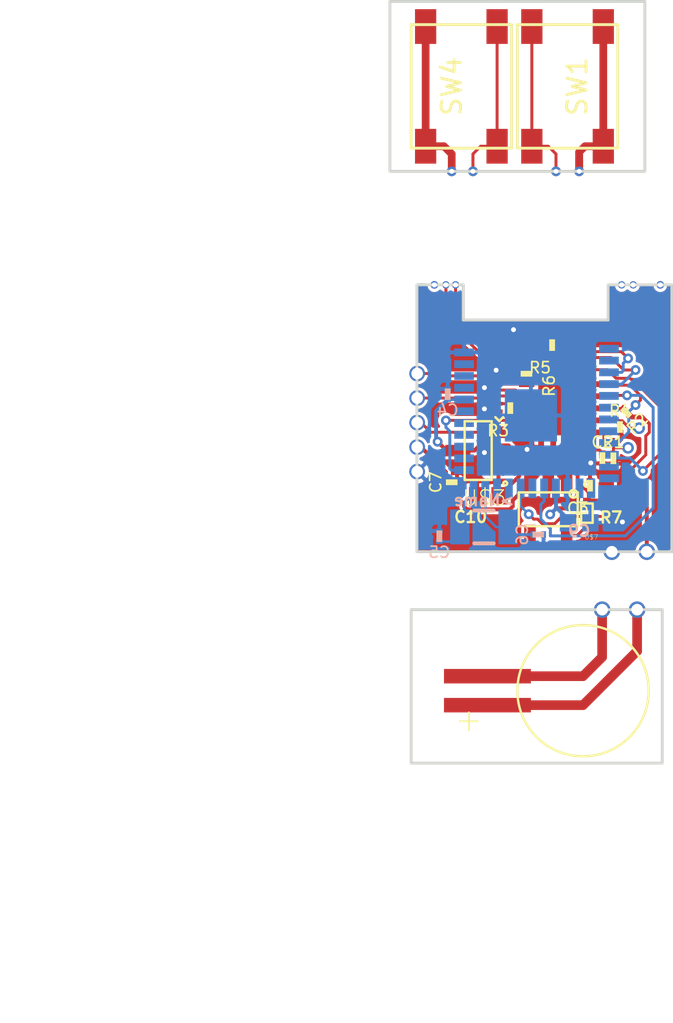
<source format=kicad_pcb>
(kicad_pcb (version 20171130) (host pcbnew "(5.0.2)-1")

  (general
    (thickness 1.6)
    (drawings 16)
    (tracks 328)
    (zones 0)
    (modules 28)
    (nets 49)
  )

  (page A4)
  (layers
    (0 Top signal)
    (1 L2.Cu signal)
    (2 L3.Cu signal)
    (31 Bottom signal)
    (32 B.Adhes user)
    (33 F.Adhes user)
    (34 B.Paste user)
    (35 F.Paste user)
    (36 B.SilkS user)
    (37 F.SilkS user)
    (38 B.Mask user)
    (39 F.Mask user)
    (40 Dwgs.User user)
    (41 Cmts.User user)
    (42 Eco1.User user)
    (43 Eco2.User user)
    (44 Edge.Cuts user)
    (45 Margin user)
    (46 B.CrtYd user)
    (47 F.CrtYd user)
    (48 B.Fab user)
    (49 F.Fab user)
  )

  (setup
    (last_trace_width 0.127)
    (trace_clearance 0.1524)
    (zone_clearance 0.508)
    (zone_45_only no)
    (trace_min 0.127)
    (segment_width 0.2)
    (edge_width 0.2)
    (via_size 0.508)
    (via_drill 0.254)
    (via_min_size 0.4)
    (via_min_drill 0.254)
    (uvia_size 0.3)
    (uvia_drill 0.1)
    (uvias_allowed no)
    (uvia_min_size 0.2)
    (uvia_min_drill 0.1)
    (pcb_text_width 0.3)
    (pcb_text_size 1.5 1.5)
    (mod_edge_width 0.15)
    (mod_text_size 1 1)
    (mod_text_width 0.15)
    (pad_size 1.524 1.524)
    (pad_drill 0.762)
    (pad_to_mask_clearance 0.051)
    (solder_mask_min_width 0.25)
    (aux_axis_origin 0 0)
    (visible_elements 7FFFFFFF)
    (pcbplotparams
      (layerselection 0x010fc_ffffffff)
      (usegerberextensions false)
      (usegerberattributes false)
      (usegerberadvancedattributes false)
      (creategerberjobfile false)
      (excludeedgelayer true)
      (linewidth 0.100000)
      (plotframeref false)
      (viasonmask false)
      (mode 1)
      (useauxorigin false)
      (hpglpennumber 1)
      (hpglpenspeed 20)
      (hpglpendiameter 15.000000)
      (psnegative false)
      (psa4output false)
      (plotreference true)
      (plotvalue true)
      (plotinvisibletext false)
      (padsonsilk false)
      (subtractmaskfromsilk false)
      (outputformat 1)
      (mirror false)
      (drillshape 1)
      (scaleselection 1)
      (outputdirectory ""))
  )

  (net 0 "")
  (net 1 VCC)
  (net 2 /PB4)
  (net 3 /PB1)
  (net 4 GND)
  (net 5 "Net-(C5-Pad1)")
  (net 6 /CLKSRC)
  (net 7 "Net-(C2-Pad1)")
  (net 8 /C_EN)
  (net 9 "Net-(R2-Pad1)")
  (net 10 /PB3)
  (net 11 /BT_RXD)
  (net 12 /BT_TXD)
  (net 13 /BT_RTS)
  (net 14 /BT_CTS)
  (net 15 /WAKEMONITOR)
  (net 16 /PB2)
  (net 17 "Net-(U$1-PadP$8)")
  (net 18 "Net-(U$1-PadP$7)")
  (net 19 /MAXRST)
  (net 20 /AO_GPIO_0_WAKE)
  (net 21 "Net-(R3-Pad1)")
  (net 22 /SWDIO)
  (net 23 /SWDCLK)
  (net 24 "Net-(U$2-PadP$32)")
  (net 25 "Net-(U$2-PadP$31)")
  (net 26 "Net-(U$2-PadP$29)")
  (net 27 "Net-(U$2-PadP$25)")
  (net 28 "Net-(U$2-PadP$24)")
  (net 29 "Net-(U$2-PadP$23)")
  (net 30 "Net-(U$2-PadP$22)")
  (net 31 "Net-(U$2-PadP$19)")
  (net 32 "Net-(U$2-PadP$18)")
  (net 33 "Net-(U$2-PadP$17)")
  (net 34 "Net-(U$2-PadP$16)")
  (net 35 "Net-(U$2-PadP$13)")
  (net 36 "Net-(U$2-PadP$12)")
  (net 37 "Net-(U$2-PadP$10)")
  (net 38 "Net-(U$2-PadP$9)")
  (net 39 "Net-(U$2-PadP$8)")
  (net 40 "Net-(U$2-PadP$6)")
  (net 41 "Net-(U$2-PadP$5)")
  (net 42 "Net-(U$2-PadP$4)")
  (net 43 "Net-(U$2-PadP$3)")
  (net 44 "Net-(U$2-PadP$2)")
  (net 45 "Net-(D1-PadA)")
  (net 46 "Net-(U$4-PadP$5)")
  (net 47 +5V)
  (net 48 /battery/VBAT)

  (net_class Default "This is the default net class."
    (clearance 0.1524)
    (trace_width 0.127)
    (via_dia 0.508)
    (via_drill 0.254)
    (uvia_dia 0.3)
    (uvia_drill 0.1)
    (add_net +5V)
    (add_net /AO_GPIO_0_WAKE)
    (add_net /BT_CTS)
    (add_net /BT_RTS)
    (add_net /BT_RXD)
    (add_net /BT_TXD)
    (add_net /CLKSRC)
    (add_net /C_EN)
    (add_net /MAXRST)
    (add_net /PB1)
    (add_net /PB2)
    (add_net /PB3)
    (add_net /PB4)
    (add_net /SWDCLK)
    (add_net /SWDIO)
    (add_net /WAKEMONITOR)
    (add_net /battery/VBAT)
    (add_net GND)
    (add_net "Net-(C2-Pad1)")
    (add_net "Net-(C5-Pad1)")
    (add_net "Net-(D1-PadA)")
    (add_net "Net-(R2-Pad1)")
    (add_net "Net-(R3-Pad1)")
    (add_net "Net-(U$1-PadP$7)")
    (add_net "Net-(U$1-PadP$8)")
    (add_net "Net-(U$2-PadP$10)")
    (add_net "Net-(U$2-PadP$12)")
    (add_net "Net-(U$2-PadP$13)")
    (add_net "Net-(U$2-PadP$16)")
    (add_net "Net-(U$2-PadP$17)")
    (add_net "Net-(U$2-PadP$18)")
    (add_net "Net-(U$2-PadP$19)")
    (add_net "Net-(U$2-PadP$2)")
    (add_net "Net-(U$2-PadP$22)")
    (add_net "Net-(U$2-PadP$23)")
    (add_net "Net-(U$2-PadP$24)")
    (add_net "Net-(U$2-PadP$25)")
    (add_net "Net-(U$2-PadP$29)")
    (add_net "Net-(U$2-PadP$3)")
    (add_net "Net-(U$2-PadP$31)")
    (add_net "Net-(U$2-PadP$32)")
    (add_net "Net-(U$2-PadP$4)")
    (add_net "Net-(U$2-PadP$5)")
    (add_net "Net-(U$2-PadP$6)")
    (add_net "Net-(U$2-PadP$8)")
    (add_net "Net-(U$2-PadP$9)")
    (add_net "Net-(U$4-PadP$5)")
    (add_net VCC)
  )

  (module ringRemote:DUMMY (layer Top) (tedit 0) (tstamp 5C46A348)
    (at 135.4011 126.9036)
    (descr "<h3>Dummy Footprint</h3>\n<p>NOTHING HERE!!! For when you want a symbol with no package as an option against symbols with a package.</p>\n\n<p>Devices using:\n<ul><li>BADGERHACK_LOGO</li>\n<li>FRAME-LETTER</li></ul></p>")
    (path /CC96BE83)
    (fp_text reference FRAME1 (at 0 0) (layer F.SilkS) hide
      (effects (font (size 1.27 1.27) (thickness 0.15)))
    )
    (fp_text value FRAME-LETTERNO_PACKAGE (at 0 0) (layer F.SilkS) hide
      (effects (font (size 1.27 1.27) (thickness 0.15)))
    )
  )

  (module "ringRemote:RS-187R05A2-DS MT RT" (layer Top) (tedit 5C47F931) (tstamp 5C55A2A6)
    (at 151.6 79.4 90)
    (path /5C49EA71)
    (fp_text reference SW1 (at 0 0.5 90) (layer F.SilkS)
      (effects (font (size 1 1) (thickness 0.15)))
    )
    (fp_text value SW_SPST_0 (at 0 -0.5 90) (layer F.Fab)
      (effects (font (size 1 1) (thickness 0.15)))
    )
    (fp_line (start -3.2 2.6) (end -3.2 -2.6) (layer F.SilkS) (width 0.15))
    (fp_line (start 3.2 2.6) (end -3.2 2.6) (layer F.SilkS) (width 0.15))
    (fp_line (start 3.2 -2.6) (end 3.2 2.6) (layer F.SilkS) (width 0.15))
    (fp_line (start -3.2 -2.6) (end 3.2 -2.6) (layer F.SilkS) (width 0.15))
    (pad 4 smd rect (at -3.1 1.85 90) (size 1.8 1.1) (layers Top F.Paste F.Mask)
      (net 1 VCC))
    (pad 3 smd rect (at 3.1 1.85 90) (size 1.8 1.1) (layers Top F.Paste F.Mask)
      (net 1 VCC))
    (pad 2 smd rect (at 3.1 -1.85 90) (size 1.8 1.1) (layers Top F.Paste F.Mask)
      (net 3 /PB1))
    (pad 1 smd rect (at -3.1 -1.85 90) (size 1.8 1.1) (layers Top F.Paste F.Mask)
      (net 3 /PB1))
  )

  (module "ringRemote:RS-187R05A2-DS MT RT" (layer Top) (tedit 5C47F931) (tstamp 5C55A580)
    (at 146.1 79.4 270)
    (path /5C4FC4D2)
    (fp_text reference SW4 (at 0 0.5 270) (layer F.SilkS)
      (effects (font (size 1 1) (thickness 0.15)))
    )
    (fp_text value SW_SPST_0 (at 0 -0.5 270) (layer F.Fab)
      (effects (font (size 1 1) (thickness 0.15)))
    )
    (fp_line (start -3.2 -2.6) (end 3.2 -2.6) (layer F.SilkS) (width 0.15))
    (fp_line (start 3.2 -2.6) (end 3.2 2.6) (layer F.SilkS) (width 0.15))
    (fp_line (start 3.2 2.6) (end -3.2 2.6) (layer F.SilkS) (width 0.15))
    (fp_line (start -3.2 2.6) (end -3.2 -2.6) (layer F.SilkS) (width 0.15))
    (pad 1 smd rect (at -3.1 -1.85 270) (size 1.8 1.1) (layers Top F.Paste F.Mask)
      (net 2 /PB4))
    (pad 2 smd rect (at 3.1 -1.85 270) (size 1.8 1.1) (layers Top F.Paste F.Mask)
      (net 2 /PB4))
    (pad 3 smd rect (at 3.1 1.85 270) (size 1.8 1.1) (layers Top F.Paste F.Mask)
      (net 1 VCC))
    (pad 4 smd rect (at -3.1 1.85 270) (size 1.8 1.1) (layers Top F.Paste F.Mask)
      (net 1 VCC))
  )

  (module ringRemote:SOT-23-THIN (layer Top) (tedit 0) (tstamp 5C46A34B)
    (at 150.6011 101.3036 180)
    (path /649D799B)
    (fp_text reference U$4 (at 0 0 180) (layer F.SilkS) hide
      (effects (font (size 1.27 1.27) (thickness 0.15)) (justify right top))
    )
    (fp_text value TLV700 (at 0 0 180) (layer F.SilkS) hide
      (effects (font (size 1.27 1.27) (thickness 0.15)) (justify right top))
    )
    (fp_circle (center -2 1.3) (end -1.858582 1.3) (layer F.SilkS) (width 0.127))
    (fp_line (start 1.525 -0.875) (end -1.525 -0.875) (layer F.SilkS) (width 0.127))
    (fp_line (start 1.525 0.875) (end 1.525 -0.875) (layer F.SilkS) (width 0.127))
    (fp_line (start -1.525 0.875) (end 1.525 0.875) (layer F.SilkS) (width 0.127))
    (fp_line (start -1.525 -0.875) (end -1.525 0.875) (layer F.SilkS) (width 0.127))
    (pad P$5 smd rect (at -0.95 -1.35 180) (size 0.6 1.1) (layers Top F.Paste F.Mask)
      (net 46 "Net-(U$4-PadP$5)") (solder_mask_margin 0.0635))
    (pad P$4 smd rect (at 0.95 -1.35 180) (size 0.6 1.1) (layers Top F.Paste F.Mask)
      (solder_mask_margin 0.0635))
    (pad P$3 smd rect (at 0.95 1.35 180) (size 0.6 1.1) (layers Top F.Paste F.Mask)
      (net 47 +5V) (solder_mask_margin 0.0635))
    (pad P$2 smd rect (at 0 1.35 180) (size 0.6 1.1) (layers Top F.Paste F.Mask)
      (net 4 GND) (solder_mask_margin 0.0635))
    (pad P$1 smd rect (at -0.95 1.35 180) (size 0.6 1.1) (layers Top F.Paste F.Mask)
      (net 47 +5V) (solder_mask_margin 0.0635))
  )

  (module ringRemote:ATBTLC1000-ZR110CA (layer Bottom) (tedit 0) (tstamp 5C46A2E3)
    (at 149.7011 96.4436 180)
    (path /87B7DF34)
    (fp_text reference U$2 (at 0 0 180) (layer B.SilkS) hide
      (effects (font (size 1.27 1.27) (thickness 0.15)) (justify mirror))
    )
    (fp_text value ATBTLC1000-ZR110CA (at 0 0 180) (layer B.SilkS) hide
      (effects (font (size 1.27 1.27) (thickness 0.15)) (justify mirror))
    )
    (fp_line (start 3.4615 -3.7755) (end -4.0415 -3.7755) (layer B.Fab) (width 0.127))
    (fp_line (start 3.4615 6.7655) (end 3.4615 -3.7755) (layer B.Fab) (width 0.127))
    (fp_line (start -4.0415 6.7655) (end 3.4615 6.7655) (layer B.Fab) (width 0.127))
    (fp_line (start -4.0415 -3.7755) (end -4.0415 6.7655) (layer B.Fab) (width 0.127))
    (pad P$34 smd rect (at 2.9725 -3.7755 180) (size 0.406 1.016) (layers Bottom B.Paste B.Mask)
      (net 5 "Net-(C5-Pad1)") (solder_mask_margin 0.0635))
    (pad P$33 smd rect (at 2.3625 -3.7755 180) (size 0.406 1.016) (layers Bottom B.Paste B.Mask)
      (net 6 /CLKSRC) (solder_mask_margin 0.0635))
    (pad P$32 smd rect (at 1.7525 -3.7755 180) (size 0.406 1.016) (layers Bottom B.Paste B.Mask)
      (net 24 "Net-(U$2-PadP$32)") (solder_mask_margin 0.0635))
    (pad P$31 smd rect (at 1.1425 -3.7755 180) (size 0.406 1.016) (layers Bottom B.Paste B.Mask)
      (net 25 "Net-(U$2-PadP$31)") (solder_mask_margin 0.0635))
    (pad P$30 smd rect (at 0.5325 -3.7755 180) (size 0.406 1.016) (layers Bottom B.Paste B.Mask)
      (net 9 "Net-(R2-Pad1)") (solder_mask_margin 0.0635))
    (pad P$29 smd rect (at -0.0775 -3.7755 180) (size 0.406 1.016) (layers Bottom B.Paste B.Mask)
      (net 26 "Net-(U$2-PadP$29)") (solder_mask_margin 0.0635))
    (pad P$28 smd rect (at -0.6875 -3.7755 180) (size 0.406 1.016) (layers Bottom B.Paste B.Mask)
      (net 15 /WAKEMONITOR) (solder_mask_margin 0.0635))
    (pad P$27 smd rect (at -1.2975 -3.7755 180) (size 0.406 1.016) (layers Bottom B.Paste B.Mask)
      (net 1 VCC) (solder_mask_margin 0.0635))
    (pad P$26 smd rect (at -1.9075 -3.7755 180) (size 0.406 1.016) (layers Bottom B.Paste B.Mask)
      (net 4 GND) (solder_mask_margin 0.0635))
    (pad P$25 smd rect (at -2.5175 -3.7755 180) (size 0.406 1.016) (layers Bottom B.Paste B.Mask)
      (net 27 "Net-(U$2-PadP$25)") (solder_mask_margin 0.0635))
    (pad P$24 smd rect (at -3.1275 -3.7755 180) (size 0.406 1.016) (layers Bottom B.Paste B.Mask)
      (net 28 "Net-(U$2-PadP$24)") (solder_mask_margin 0.0635))
    (pad P$23 smd rect (at -4.0415 -3.2575 180) (size 1.016 0.406) (layers Bottom B.Paste B.Mask)
      (net 29 "Net-(U$2-PadP$23)") (solder_mask_margin 0.0635))
    (pad P$22 smd rect (at -4.0415 -2.6475 180) (size 1.016 0.406) (layers Bottom B.Paste B.Mask)
      (net 30 "Net-(U$2-PadP$22)") (solder_mask_margin 0.0635))
    (pad P$21 smd rect (at -4.0415 -2.0375 180) (size 1.016 0.406) (layers Bottom B.Paste B.Mask)
      (net 13 /BT_RTS) (solder_mask_margin 0.0635))
    (pad P$20 smd rect (at -4.0415 -1.4275 180) (size 1.016 0.406) (layers Bottom B.Paste B.Mask)
      (net 14 /BT_CTS) (solder_mask_margin 0.0635))
    (pad P$19 smd rect (at -4.0415 -0.8175 180) (size 1.016 0.406) (layers Bottom B.Paste B.Mask)
      (net 31 "Net-(U$2-PadP$19)") (solder_mask_margin 0.0635))
    (pad P$18 smd rect (at -4.0415 -0.2075 180) (size 1.016 0.406) (layers Bottom B.Paste B.Mask)
      (net 32 "Net-(U$2-PadP$18)") (solder_mask_margin 0.0635))
    (pad P$17 smd rect (at -4.0415 0.4025 180) (size 1.016 0.406) (layers Bottom B.Paste B.Mask)
      (net 33 "Net-(U$2-PadP$17)") (solder_mask_margin 0.0635))
    (pad P$16 smd rect (at -4.0415 1.0125 180) (size 1.016 0.406) (layers Bottom B.Paste B.Mask)
      (net 34 "Net-(U$2-PadP$16)") (solder_mask_margin 0.0635))
    (pad P$15 smd rect (at -4.0415 1.6225 180) (size 1.016 0.406) (layers Bottom B.Paste B.Mask)
      (net 12 /BT_TXD) (solder_mask_margin 0.0635))
    (pad P$14 smd rect (at -4.0415 2.2325 180) (size 1.016 0.406) (layers Bottom B.Paste B.Mask)
      (net 11 /BT_RXD) (solder_mask_margin 0.0635))
    (pad P$13 smd rect (at -4.0415 2.8425 180) (size 1.016 0.406) (layers Bottom B.Paste B.Mask)
      (net 35 "Net-(U$2-PadP$13)") (solder_mask_margin 0.0635))
    (pad P$12 smd rect (at -4.0415 3.4525 180) (size 1.016 0.406) (layers Bottom B.Paste B.Mask)
      (net 36 "Net-(U$2-PadP$12)") (solder_mask_margin 0.0635))
    (pad P$11 smd rect (at 3.4615 3.2645 180) (size 1.016 0.406) (layers Bottom B.Paste B.Mask)
      (net 4 GND) (solder_mask_margin 0.0635))
    (pad P$10 smd rect (at 3.4615 2.6545 180) (size 1.016 0.406) (layers Bottom B.Paste B.Mask)
      (net 37 "Net-(U$2-PadP$10)") (solder_mask_margin 0.0635))
    (pad P$9 smd rect (at 3.4615 2.0445 180) (size 1.016 0.406) (layers Bottom B.Paste B.Mask)
      (net 38 "Net-(U$2-PadP$9)") (solder_mask_margin 0.0635))
    (pad P$8 smd rect (at 3.4615 1.4345 180) (size 1.016 0.406) (layers Bottom B.Paste B.Mask)
      (net 39 "Net-(U$2-PadP$8)") (solder_mask_margin 0.0635))
    (pad P$7 smd rect (at 3.4615 0.8245 180) (size 1.016 0.406) (layers Bottom B.Paste B.Mask)
      (net 1 VCC) (solder_mask_margin 0.0635))
    (pad P$6 smd rect (at 3.4615 0.2145 180) (size 1.016 0.406) (layers Bottom B.Paste B.Mask)
      (net 40 "Net-(U$2-PadP$6)") (solder_mask_margin 0.0635))
    (pad P$5 smd rect (at 3.4615 -0.3955 180) (size 1.016 0.406) (layers Bottom B.Paste B.Mask)
      (net 41 "Net-(U$2-PadP$5)") (solder_mask_margin 0.0635))
    (pad P$4 smd rect (at 3.4615 -1.0055 180) (size 1.016 0.406) (layers Bottom B.Paste B.Mask)
      (net 42 "Net-(U$2-PadP$4)") (solder_mask_margin 0.0635))
    (pad P$3 smd rect (at 3.4615 -1.6155 180) (size 1.016 0.406) (layers Bottom B.Paste B.Mask)
      (net 43 "Net-(U$2-PadP$3)") (solder_mask_margin 0.0635))
    (pad P$2 smd rect (at 3.4615 -2.2255 180) (size 1.016 0.406) (layers Bottom B.Paste B.Mask)
      (net 44 "Net-(U$2-PadP$2)") (solder_mask_margin 0.0635))
    (pad P$1 smd rect (at 3.4615 -2.8355 180) (size 1.016 0.406) (layers Bottom B.Paste B.Mask)
      (net 20 /AO_GPIO_0_WAKE) (solder_mask_margin 0.0635))
    (pad P$35 smd rect (at 0 0 180) (size 2.705 2.705) (layers Bottom B.Paste B.Mask)
      (net 4 GND) (solder_mask_margin 0.0635))
  )

  (module ringRemote:0201 (layer Top) (tedit 0) (tstamp 5C46A2AC)
    (at 153.4011 98.6536)
    (descr "Perfect 0201 for Reflow Soldering\n<p>0.024\" L x 0.012\" W (0.60mm x 0.30mm)")
    (path /AC671DB5)
    (fp_text reference C2 (at 0 -0.83) (layer F.SilkS)
      (effects (font (size 0.57912 0.57912) (thickness 0.09144)))
    )
    (fp_text value 1uF (at 0 1.27) (layer F.Fab)
      (effects (font (size 0.77216 0.77216) (thickness 0.065024)))
    )
    (fp_poly (pts (xy -0.15 0.3) (xy 0.15 0.3) (xy 0.15 -0.3) (xy -0.15 -0.3)) (layer F.SilkS) (width 0))
    (pad 2 smd rect (at 0 0.275) (size 0.35 0.25) (layers Top F.Paste F.Mask)
      (net 4 GND) (solder_mask_margin 0.0635))
    (pad 1 smd rect (at 0 -0.275) (size 0.35 0.25) (layers Top F.Paste F.Mask)
      (net 7 "Net-(C2-Pad1)") (solder_mask_margin 0.0635))
  )

  (module ringRemote:0201 (layer Top) (tedit 0) (tstamp 5C46A2B2)
    (at 152.7611 100.0836 180)
    (descr "Perfect 0201 for Reflow Soldering\n<p>0.024\" L x 0.012\" W (0.60mm x 0.30mm)")
    (path /ECDD94AD)
    (fp_text reference C3 (at 0 -0.83 180) (layer F.SilkS)
      (effects (font (size 0.57912 0.57912) (thickness 0.09144)) (justify right top))
    )
    (fp_text value 1uF (at 0 1.27 180) (layer F.Fab)
      (effects (font (size 0.77216 0.77216) (thickness 0.065024)) (justify right top))
    )
    (fp_poly (pts (xy -0.15 0.3) (xy 0.15 0.3) (xy 0.15 -0.3) (xy -0.15 -0.3)) (layer F.SilkS) (width 0))
    (pad 2 smd rect (at 0 0.275 180) (size 0.35 0.25) (layers Top F.Paste F.Mask)
      (net 4 GND) (solder_mask_margin 0.0635))
    (pad 1 smd rect (at 0 -0.275 180) (size 0.35 0.25) (layers Top F.Paste F.Mask)
      (net 1 VCC) (solder_mask_margin 0.0635))
  )

  (module ringRemote:0201 (layer Top) (tedit 0) (tstamp 5C46A2B8)
    (at 154.6311 96.2836 225)
    (descr "Perfect 0201 for Reflow Soldering\n<p>0.024\" L x 0.012\" W (0.60mm x 0.30mm)")
    (path /B121436F)
    (fp_text reference R2 (at 0 -0.830001 225) (layer F.SilkS)
      (effects (font (size 0.57912 0.57912) (thickness 0.09144)))
    )
    (fp_text value 100k (at 0 1.270001 225) (layer F.Fab)
      (effects (font (size 0.77216 0.77216) (thickness 0.065024)))
    )
    (fp_poly (pts (xy -0.15 0.3) (xy 0.15 0.3) (xy 0.15 -0.3) (xy -0.15 -0.3)) (layer F.SilkS) (width 0))
    (pad 2 smd rect (at 0 0.274999 225) (size 0.35 0.25) (layers Top F.Paste F.Mask)
      (net 8 /C_EN) (solder_mask_margin 0.0635))
    (pad 1 smd rect (at 0 -0.274999 225) (size 0.35 0.25) (layers Top F.Paste F.Mask)
      (net 9 "Net-(R2-Pad1)") (solder_mask_margin 0.0635))
  )

  (module ringRemote:CRYSTAL-SMD-3.2X1.5MM (layer Bottom) (tedit 0) (tstamp 5C46A2BE)
    (at 147.27 102.22 180)
    (descr "<h3>3.2 x 1.5mm SMD Crystal Package</h3>\n<p>Example: <a href=\"http://www.sii.co.jp/en/quartz/files/2013/03/file_PRODUCT_MASTER_50812_GRAPHIC03.pdf\">SX-32S</a></p>")
    (path /7D89E2D8)
    (fp_text reference Y1 (at 0 0 180) (layer B.SilkS) hide
      (effects (font (size 1.27 1.27) (thickness 0.15)) (justify mirror))
    )
    (fp_text value 32.768kHz (at 0 0 180) (layer B.SilkS) hide
      (effects (font (size 1.27 1.27) (thickness 0.15)) (justify mirror))
    )
    (fp_text user >Value (at 0 -1.043 180) (layer B.Fab)
      (effects (font (size 0.57912 0.57912) (thickness 0.12192)) (justify top mirror))
    )
    (fp_text user >Name (at 0 1.043 180) (layer B.SilkS)
      (effects (font (size 0.57912 0.57912) (thickness 0.12192)) (justify bottom mirror))
    )
    (fp_line (start 0.5 -0.85) (end -0.5 -0.85) (layer B.SilkS) (width 0.2032))
    (fp_line (start -0.5 0.85) (end 0.5 0.85) (layer B.SilkS) (width 0.2032))
    (fp_line (start -1.6 -0.75) (end -1.6 0.75) (layer B.Fab) (width 0.127))
    (fp_line (start 1.6 -0.75) (end -1.6 -0.75) (layer B.Fab) (width 0.127))
    (fp_line (start 1.6 0.75) (end 1.6 -0.75) (layer B.Fab) (width 0.127))
    (fp_line (start -1.6 0.75) (end 1.6 0.75) (layer B.Fab) (width 0.127))
    (pad P$2 smd rect (at 1.25 0 180) (size 1 1.8) (layers Bottom B.Paste B.Mask)
      (net 5 "Net-(C5-Pad1)") (solder_mask_margin 0.0635))
    (pad P$1 smd rect (at -1.25 0 180) (size 1 1.8) (layers Bottom B.Paste B.Mask)
      (net 6 /CLKSRC) (solder_mask_margin 0.0635))
  )

  (module ringRemote:T2044+5C (layer Top) (tedit 0) (tstamp 5C46A2CB)
    (at 151.4811 96.0736 270)
    (path /89E33A62)
    (fp_text reference U$1 (at 0 0 270) (layer F.SilkS) hide
      (effects (font (size 1.27 1.27) (thickness 0.15)) (justify right top))
    )
    (fp_text value MAX32660 (at 0 0 270) (layer F.SilkS) hide
      (effects (font (size 1.27 1.27) (thickness 0.15)) (justify right top))
    )
    (pad P$20 smd rect (at -2 1.25 270) (size 0.8 0.3) (layers Top F.Paste F.Mask)
      (net 2 /PB4) (solder_mask_margin 0.0635))
    (pad P$19 smd rect (at -2 0.625 270) (size 0.8 0.3) (layers Top F.Paste F.Mask)
      (net 10 /PB3) (solder_mask_margin 0.0635))
    (pad P$18 smd rect (at -2 0 270) (size 0.8 0.3) (layers Top F.Paste F.Mask)
      (net 11 /BT_RXD) (solder_mask_margin 0.0635))
    (pad P$17 smd rect (at -2 -0.625 270) (size 0.8 0.3) (layers Top F.Paste F.Mask)
      (net 12 /BT_TXD) (solder_mask_margin 0.0635))
    (pad P$16 smd rect (at -2 -1.25 270) (size 0.8 0.3) (layers Top F.Paste F.Mask)
      (net 13 /BT_RTS) (solder_mask_margin 0.0635))
    (pad P$15 smd rect (at -1.25 -2 270) (size 0.3 0.8) (layers Top F.Paste F.Mask)
      (net 14 /BT_CTS) (solder_mask_margin 0.0635))
    (pad P$14 smd rect (at -0.625 -2 270) (size 0.3 0.8) (layers Top F.Paste F.Mask)
      (net 15 /WAKEMONITOR) (solder_mask_margin 0.0635))
    (pad P$13 smd rect (at 0 -2 270) (size 0.3 0.8) (layers Top F.Paste F.Mask)
      (net 8 /C_EN) (solder_mask_margin 0.0635))
    (pad P$12 smd rect (at 0.625 -2 270) (size 0.3 0.8) (layers Top F.Paste F.Mask)
      (net 16 /PB2) (solder_mask_margin 0.0635))
    (pad P$11 smd rect (at 1.25 -2 270) (size 0.3 0.8) (layers Top F.Paste F.Mask)
      (net 3 /PB1) (solder_mask_margin 0.0635))
    (pad P$10 smd rect (at 2 -1.25 270) (size 0.8 0.3) (layers Top F.Paste F.Mask)
      (net 7 "Net-(C2-Pad1)") (solder_mask_margin 0.0635))
    (pad P$9 smd rect (at 2 -0.625 270) (size 0.8 0.3) (layers Top F.Paste F.Mask)
      (net 1 VCC) (solder_mask_margin 0.0635))
    (pad P$8 smd rect (at 2 0 270) (size 0.8 0.3) (layers Top F.Paste F.Mask)
      (net 17 "Net-(U$1-PadP$8)") (solder_mask_margin 0.0635))
    (pad P$7 smd rect (at 2 0.625 270) (size 0.8 0.3) (layers Top F.Paste F.Mask)
      (net 18 "Net-(U$1-PadP$7)") (solder_mask_margin 0.0635))
    (pad P$6 smd rect (at 2 1.25 270) (size 0.8 0.3) (layers Top F.Paste F.Mask)
      (net 4 GND) (solder_mask_margin 0.0635))
    (pad P$5 smd rect (at 1.25 2 270) (size 0.3 0.8) (layers Top F.Paste F.Mask)
      (net 19 /MAXRST) (solder_mask_margin 0.0635))
    (pad P$4 smd rect (at 0.625 2 270) (size 0.3 0.8) (layers Top F.Paste F.Mask)
      (net 20 /AO_GPIO_0_WAKE) (solder_mask_margin 0.0635))
    (pad P$3 smd rect (at 0 2 270) (size 0.3 0.8) (layers Top F.Paste F.Mask)
      (net 21 "Net-(R3-Pad1)") (solder_mask_margin 0.0635))
    (pad P$2 smd rect (at -0.625 2 270) (size 0.3 0.8) (layers Top F.Paste F.Mask)
      (net 22 /SWDIO) (solder_mask_margin 0.0635))
    (pad P$1 smd rect (at -1.25 2 270) (size 0.3 0.8) (layers Top F.Paste F.Mask)
      (net 23 /SWDCLK) (solder_mask_margin 0.0635))
    (pad P$0 smd rect (at 0 0 270) (size 2.8 2.8) (layers Top F.Paste F.Mask)
      (net 4 GND) (solder_mask_margin 0.0635))
  )

  (module ringRemote:0201 (layer Bottom) (tedit 0) (tstamp 5C46A30D)
    (at 145.3911 95.3436)
    (descr "Perfect 0201 for Reflow Soldering\n<p>0.024\" L x 0.012\" W (0.60mm x 0.30mm)")
    (path /03F6E73E)
    (fp_text reference C4 (at 0 0.83) (layer B.SilkS)
      (effects (font (size 0.57912 0.57912) (thickness 0.09144)) (justify mirror))
    )
    (fp_text value 0.1uF (at 0 -1.27) (layer B.Fab)
      (effects (font (size 0.77216 0.77216) (thickness 0.065024)) (justify mirror))
    )
    (fp_poly (pts (xy -0.15 -0.3) (xy 0.15 -0.3) (xy 0.15 0.3) (xy -0.15 0.3)) (layer B.SilkS) (width 0))
    (pad 2 smd rect (at 0 -0.275) (size 0.35 0.25) (layers Bottom B.Paste B.Mask)
      (net 4 GND) (solder_mask_margin 0.0635))
    (pad 1 smd rect (at 0 0.275) (size 0.35 0.25) (layers Bottom B.Paste B.Mask)
      (net 1 VCC) (solder_mask_margin 0.0635))
  )

  (module ringRemote:0201 (layer Bottom) (tedit 0) (tstamp 5C46A313)
    (at 144.96 102.7)
    (descr "Perfect 0201 for Reflow Soldering\n<p>0.024\" L x 0.012\" W (0.60mm x 0.30mm)")
    (path /229F4700)
    (fp_text reference C5 (at 0 0.83) (layer B.SilkS)
      (effects (font (size 0.57912 0.57912) (thickness 0.09144)) (justify mirror))
    )
    (fp_text value 4pF (at 0 -1.27) (layer B.Fab)
      (effects (font (size 0.77216 0.77216) (thickness 0.065024)) (justify mirror))
    )
    (fp_poly (pts (xy -0.15 -0.3) (xy 0.15 -0.3) (xy 0.15 0.3) (xy -0.15 0.3)) (layer B.SilkS) (width 0))
    (pad 2 smd rect (at 0 -0.275) (size 0.35 0.25) (layers Bottom B.Paste B.Mask)
      (net 4 GND) (solder_mask_margin 0.0635))
    (pad 1 smd rect (at 0 0.275) (size 0.35 0.25) (layers Bottom B.Paste B.Mask)
      (net 5 "Net-(C5-Pad1)") (solder_mask_margin 0.0635))
  )

  (module ringRemote:0201 (layer Bottom) (tedit 0) (tstamp 5C46A319)
    (at 150.0811 102.6136 270)
    (descr "Perfect 0201 for Reflow Soldering\n<p>0.024\" L x 0.012\" W (0.60mm x 0.30mm)")
    (path /8D3E1FF2)
    (fp_text reference C6 (at 0 0.83 270) (layer B.SilkS)
      (effects (font (size 0.57912 0.57912) (thickness 0.09144)) (justify mirror))
    )
    (fp_text value 4pF (at 0 -1.27 270) (layer B.Fab)
      (effects (font (size 0.77216 0.77216) (thickness 0.065024)) (justify mirror))
    )
    (fp_poly (pts (xy -0.15 -0.3) (xy 0.15 -0.3) (xy 0.15 0.3) (xy -0.15 0.3)) (layer B.SilkS) (width 0))
    (pad 2 smd rect (at 0 -0.275 270) (size 0.35 0.25) (layers Bottom B.Paste B.Mask)
      (net 4 GND) (solder_mask_margin 0.0635))
    (pad 1 smd rect (at 0 0.275 270) (size 0.35 0.25) (layers Bottom B.Paste B.Mask)
      (net 6 /CLKSRC) (solder_mask_margin 0.0635))
  )

  (module ringRemote:0201 (layer Top) (tedit 0) (tstamp 5C46A31F)
    (at 148.6311 96.0636 180)
    (descr "Perfect 0201 for Reflow Soldering\n<p>0.024\" L x 0.012\" W (0.60mm x 0.30mm)")
    (path /94754E9C)
    (fp_text reference R3 (at 0 -0.83 180) (layer F.SilkS)
      (effects (font (size 0.57912 0.57912) (thickness 0.09144)) (justify right top))
    )
    (fp_text value 100k (at 0 1.27 180) (layer F.Fab)
      (effects (font (size 0.77216 0.77216) (thickness 0.065024)) (justify right top))
    )
    (fp_poly (pts (xy -0.15 0.3) (xy 0.15 0.3) (xy 0.15 -0.3) (xy -0.15 -0.3)) (layer F.SilkS) (width 0))
    (pad 2 smd rect (at 0 0.275 180) (size 0.35 0.25) (layers Top F.Paste F.Mask)
      (net 45 "Net-(D1-PadA)") (solder_mask_margin 0.0635))
    (pad 1 smd rect (at 0 -0.275 180) (size 0.35 0.25) (layers Top F.Paste F.Mask)
      (net 21 "Net-(R3-Pad1)") (solder_mask_margin 0.0635))
  )

  (module ringRemote:0201 (layer Top) (tedit 0) (tstamp 5C46A325)
    (at 153.9711 98.6636)
    (descr "Perfect 0201 for Reflow Soldering\n<p>0.024\" L x 0.012\" W (0.60mm x 0.30mm)")
    (path /6019A4D2)
    (fp_text reference R1 (at 0 -0.83) (layer F.SilkS)
      (effects (font (size 0.57912 0.57912) (thickness 0.09144)))
    )
    (fp_text value 100k (at 0 1.27) (layer F.Fab)
      (effects (font (size 0.77216 0.77216) (thickness 0.065024)))
    )
    (fp_poly (pts (xy -0.15 0.3) (xy 0.15 0.3) (xy 0.15 -0.3) (xy -0.15 -0.3)) (layer F.SilkS) (width 0))
    (pad 2 smd rect (at 0 0.275) (size 0.35 0.25) (layers Top F.Paste F.Mask)
      (net 4 GND) (solder_mask_margin 0.0635))
    (pad 1 smd rect (at 0 -0.275) (size 0.35 0.25) (layers Top F.Paste F.Mask)
      (net 3 /PB1) (solder_mask_margin 0.0635))
  )

  (module ringRemote:0201 (layer Top) (tedit 0) (tstamp 5C46A32B)
    (at 154.3111 97.0436)
    (descr "Perfect 0201 for Reflow Soldering\n<p>0.024\" L x 0.012\" W (0.60mm x 0.30mm)")
    (path /8EE1C540)
    (fp_text reference R4 (at 0 -0.83) (layer F.SilkS)
      (effects (font (size 0.57912 0.57912) (thickness 0.09144)))
    )
    (fp_text value 100k (at 0 1.27) (layer F.Fab)
      (effects (font (size 0.77216 0.77216) (thickness 0.065024)))
    )
    (fp_poly (pts (xy -0.15 0.3) (xy 0.15 0.3) (xy 0.15 -0.3) (xy -0.15 -0.3)) (layer F.SilkS) (width 0))
    (pad 2 smd rect (at 0 0.275) (size 0.35 0.25) (layers Top F.Paste F.Mask)
      (net 4 GND) (solder_mask_margin 0.0635))
    (pad 1 smd rect (at 0 -0.275) (size 0.35 0.25) (layers Top F.Paste F.Mask)
      (net 16 /PB2) (solder_mask_margin 0.0635))
  )

  (module ringRemote:0201 (layer Top) (tedit 0) (tstamp 5C46A331)
    (at 150.8 92.8 180)
    (descr "Perfect 0201 for Reflow Soldering\n<p>0.024\" L x 0.012\" W (0.60mm x 0.30mm)")
    (path /FE9A178D)
    (fp_text reference R5 (at 0 -0.83 180) (layer F.SilkS)
      (effects (font (size 0.57912 0.57912) (thickness 0.09144)) (justify right top))
    )
    (fp_text value 100k (at 0 1.27 180) (layer F.Fab)
      (effects (font (size 0.77216 0.77216) (thickness 0.065024)) (justify right top))
    )
    (fp_poly (pts (xy -0.15 0.3) (xy 0.15 0.3) (xy 0.15 -0.3) (xy -0.15 -0.3)) (layer F.SilkS) (width 0))
    (pad 2 smd rect (at 0 0.275 180) (size 0.35 0.25) (layers Top F.Paste F.Mask)
      (net 4 GND) (solder_mask_margin 0.0635))
    (pad 1 smd rect (at 0 -0.275 180) (size 0.35 0.25) (layers Top F.Paste F.Mask)
      (net 10 /PB3) (solder_mask_margin 0.0635))
  )

  (module ringRemote:0201 (layer Top) (tedit 0) (tstamp 5C46A337)
    (at 149.4711 94.2836 270)
    (descr "Perfect 0201 for Reflow Soldering\n<p>0.024\" L x 0.012\" W (0.60mm x 0.30mm)")
    (path /2F997FB7)
    (fp_text reference R6 (at 0 -0.83 270) (layer F.SilkS)
      (effects (font (size 0.57912 0.57912) (thickness 0.09144)) (justify right top))
    )
    (fp_text value 100k (at 0 1.27 270) (layer F.Fab)
      (effects (font (size 0.77216 0.77216) (thickness 0.065024)) (justify right top))
    )
    (fp_poly (pts (xy -0.15 0.3) (xy 0.15 0.3) (xy 0.15 -0.3) (xy -0.15 -0.3)) (layer F.SilkS) (width 0))
    (pad 2 smd rect (at 0 0.275 270) (size 0.35 0.25) (layers Top F.Paste F.Mask)
      (net 4 GND) (solder_mask_margin 0.0635))
    (pad 1 smd rect (at 0 -0.275 270) (size 0.35 0.25) (layers Top F.Paste F.Mask)
      (net 2 /PB4) (solder_mask_margin 0.0635))
  )

  (module ringRemote:3-SOT-23 (layer Top) (tedit 0) (tstamp 5C46A33D)
    (at 146.9711 98.2636 180)
    (path /153D57C3)
    (fp_text reference U$3 (at -1.5 -2 180) (layer F.SilkS)
      (effects (font (size 0.77216 0.77216) (thickness 0.065024)) (justify right top))
    )
    (fp_text value TPS3839G25 (at 0 0 180) (layer F.SilkS) hide
      (effects (font (size 1.27 1.27) (thickness 0.15)) (justify right top))
    )
    (fp_circle (center -1.4 -1.7) (end -1.3 -1.7) (layer F.SilkS) (width 0.127))
    (fp_line (start -0.7 1.52) (end -0.7 -1.52) (layer F.SilkS) (width 0.127))
    (fp_line (start 0.7 1.52) (end -0.7 1.52) (layer F.SilkS) (width 0.127))
    (fp_line (start 0.7 -1.52) (end 0.7 1.52) (layer F.SilkS) (width 0.127))
    (fp_line (start -0.7 -1.52) (end 0.7 -1.52) (layer F.SilkS) (width 0.127))
    (pad P$3 smd rect (at 1.05 0 180) (size 1.3 0.6) (layers Top F.Paste F.Mask)
      (net 1 VCC) (solder_mask_margin 0.0635))
    (pad P$2 smd rect (at -1.05 0.95 180) (size 1.3 0.6) (layers Top F.Paste F.Mask)
      (net 19 /MAXRST) (solder_mask_margin 0.0635))
    (pad P$1 smd rect (at -1.05 -0.95 180) (size 1.3 0.6) (layers Top F.Paste F.Mask)
      (net 4 GND) (solder_mask_margin 0.0635))
  )

  (module ringRemote:DUMMY (layer Top) (tedit 0) (tstamp 5C46A348)
    (at 136.8011 123.1036)
    (descr "<h3>Dummy Footprint</h3>\n<p>NOTHING HERE!!! For when you want a symbol with no package as an option against symbols with a package.</p>\n\n<p>Devices using:\n<ul><li>BADGERHACK_LOGO</li>\n<li>FRAME-LETTER</li></ul></p>")
    (path /CC96BE83)
    (fp_text reference FRAME1 (at 0 0) (layer F.SilkS) hide
      (effects (font (size 1.27 1.27) (thickness 0.15)))
    )
    (fp_text value FRAME-LETTERNO_PACKAGE (at 0 0) (layer F.SilkS) hide
      (effects (font (size 1.27 1.27) (thickness 0.15)))
    )
  )

  (module ringRemote:0805 (layer Top) (tedit 0) (tstamp 5C46A358)
    (at 154.5011 100.5036 180)
    (descr "<p><b>Generic 2012 (0805) package</b></p>\n<p>0.2mm courtyard excess rounded to nearest 0.05mm.</p>")
    (path /48C938FD)
    (fp_text reference R7 (at 0 -0.889 180) (layer F.SilkS)
      (effects (font (size 0.57912 0.57912) (thickness 0.12192)) (justify right top))
    )
    (fp_text value 1.8k (at 0 0.889 180) (layer F.Fab)
      (effects (font (size 0.57912 0.57912) (thickness 0.12192)) (justify right top))
    )
    (fp_line (start -1.5 0.8) (end -1.5 -0.8) (layer Dwgs.User) (width 0.0508))
    (fp_line (start 1.5 0.8) (end -1.5 0.8) (layer Dwgs.User) (width 0.0508))
    (fp_line (start 1.5 -0.8) (end 1.5 0.8) (layer Dwgs.User) (width 0.0508))
    (fp_line (start -1.5 -0.8) (end 1.5 -0.8) (layer Dwgs.User) (width 0.0508))
    (pad 2 smd rect (at 0.9 0 180) (size 0.8 1.2) (layers Top F.Paste F.Mask)
      (net 1 VCC) (solder_mask_margin 0.0635))
    (pad 1 smd rect (at -0.9 0 180) (size 0.8 1.2) (layers Top F.Paste F.Mask)
      (net 48 /battery/VBAT) (solder_mask_margin 0.0635))
  )

  (module ringRemote:0201 (layer Top) (tedit 0) (tstamp 5C46A368)
    (at 145.6011 99.9036 90)
    (descr "Perfect 0201 for Reflow Soldering\n<p>0.024\" L x 0.012\" W (0.60mm x 0.30mm)")
    (path /A5E7C4B6)
    (fp_text reference C7 (at 0 -0.83 90) (layer F.SilkS)
      (effects (font (size 0.57912 0.57912) (thickness 0.09144)))
    )
    (fp_text value 1uF (at 0 1.27 90) (layer F.Fab)
      (effects (font (size 0.77216 0.77216) (thickness 0.065024)))
    )
    (fp_poly (pts (xy -0.15 0.3) (xy 0.15 0.3) (xy 0.15 -0.3) (xy -0.15 -0.3)) (layer F.SilkS) (width 0))
    (pad 2 smd rect (at 0 0.275 90) (size 0.35 0.25) (layers Top F.Paste F.Mask)
      (net 4 GND) (solder_mask_margin 0.0635))
    (pad 1 smd rect (at 0 -0.275 90) (size 0.35 0.25) (layers Top F.Paste F.Mask)
      (net 47 +5V) (solder_mask_margin 0.0635))
  )

  (module ringRemote:1X5_1.27MM (layer Top) (tedit 5C47C996) (tstamp 5C46A36E)
    (at 143.8111 96.8136 90)
    (path /CE08125E)
    (fp_text reference U$6 (at 0 0 90) (layer F.SilkS) hide
      (effects (font (size 1.27 1.27) (thickness 0.15)))
    )
    (fp_text value 1X5_1.27MM (at 0 0 90) (layer F.SilkS) hide
      (effects (font (size 1.27 1.27) (thickness 0.15)))
    )
    (pad P$5 thru_hole circle (at 2.54 0 90) (size 0.8128 0.8128) (drill 0.6) (layers *.Cu *.Mask)
      (net 23 /SWDCLK) (solder_mask_margin 0.0635))
    (pad P$4 thru_hole circle (at 1.27 0 90) (size 0.8128 0.8128) (drill 0.6) (layers *.Cu *.Mask)
      (net 22 /SWDIO) (solder_mask_margin 0.0635))
    (pad P$3 thru_hole circle (at 0 0 90) (size 0.8128 0.8128) (drill 0.6) (layers *.Cu *.Mask)
      (net 19 /MAXRST) (solder_mask_margin 0.0635))
    (pad P$2 thru_hole circle (at -1.27 0 90) (size 0.8128 0.8128) (drill 0.6) (layers *.Cu *.Mask)
      (net 47 +5V) (solder_mask_margin 0.0635))
    (pad P$1 thru_hole circle (at -2.54 0 90) (size 0.8128 0.8128) (drill 0.6) (layers *.Cu *.Mask)
      (net 4 GND) (solder_mask_margin 0.0635))
  )

  (module ringRemote:LED-0201 (layer Top) (tedit 0) (tstamp 5C46A376)
    (at 148.0611 96.0336 270)
    (path /73EBEDAD)
    (fp_text reference D1 (at 0 0 270) (layer F.SilkS) hide
      (effects (font (size 1.27 1.27) (thickness 0.15)) (justify right top))
    )
    (fp_text value ORANGE (at 0 0 270) (layer F.SilkS) hide
      (effects (font (size 1.27 1.27) (thickness 0.15)) (justify right top))
    )
    (fp_line (start 0.7 0) (end 0.5 0.2) (layer F.SilkS) (width 0.127))
    (fp_line (start 0.5 -0.2) (end 0.7 0) (layer F.SilkS) (width 0.127))
    (pad C smd rect (at 0.2 0 270) (size 0.2 0.35) (layers Top F.Paste F.Mask)
      (net 4 GND) (solder_mask_margin 0.0635))
    (pad A smd rect (at -0.2 0 270) (size 0.2 0.35) (layers Top F.Paste F.Mask)
      (net 45 "Net-(D1-PadA)") (solder_mask_margin 0.0635))
  )

  (module ringRemote:SSSMINI2 (layer Top) (tedit 0) (tstamp 5C46A37D)
    (at 152.6011 101.5036 180)
    (path /63C62AE7)
    (fp_text reference U$7 (at -0.6 -1.1 180) (layer F.SilkS)
      (effects (font (size 0.2413 0.2413) (thickness 0.02032)) (justify right top))
    )
    (fp_text value DB2731400L (at 0 0 180) (layer F.SilkS) hide
      (effects (font (size 1.27 1.27) (thickness 0.15)) (justify right top))
    )
    (fp_circle (center 0.7 1) (end 0.9 1) (layer F.SilkS) (width 0.127))
    (fp_line (start -0.3 0.5) (end -0.3 -0.5) (layer F.SilkS) (width 0.127))
    (fp_line (start 0.3 0.5) (end -0.3 0.5) (layer F.SilkS) (width 0.127))
    (fp_line (start 0.3 -0.5) (end 0.3 0.5) (layer F.SilkS) (width 0.127))
    (fp_line (start -0.3 -0.5) (end 0.3 -0.5) (layer F.SilkS) (width 0.127))
    (pad P$2 smd rect (at 0 -0.65 180) (size 0.4 0.3) (layers Top F.Paste F.Mask)
      (net 46 "Net-(U$4-PadP$5)") (solder_mask_margin 0.0635))
    (pad P$1 smd rect (at 0 0.65 180) (size 0.4 0.3) (layers Top F.Paste F.Mask)
      (net 1 VCC) (solder_mask_margin 0.0635))
  )

  (module ringRemote:0402 (layer Bottom) (tedit 0) (tstamp 5C46A387)
    (at 152.2011 102.0036)
    (descr "<p><b>Generic 1005 (0402) package</b></p>\n<p>0.2mm courtyard excess rounded to nearest 0.05mm.</p>")
    (path /BE642B3C)
    (fp_text reference C9 (at 0 0.762) (layer B.SilkS)
      (effects (font (size 0.57912 0.57912) (thickness 0.12192)) (justify bottom mirror))
    )
    (fp_text value 10uF (at 0 -0.762) (layer B.Fab)
      (effects (font (size 0.57912 0.57912) (thickness 0.12192)) (justify top mirror))
    )
    (fp_poly (pts (xy -0.1999 -0.3) (xy 0.1999 -0.3) (xy 0.1999 0.3) (xy -0.1999 0.3)) (layer B.Adhes) (width 0))
    (fp_poly (pts (xy 0.2588 -0.3048) (xy 0.5588 -0.3048) (xy 0.5588 0.3048) (xy 0.2588 0.3048)) (layer B.Fab) (width 0))
    (fp_poly (pts (xy -0.554 -0.3048) (xy -0.254 -0.3048) (xy -0.254 0.3048) (xy -0.554 0.3048)) (layer B.Fab) (width 0))
    (fp_line (start -1.2 -0.65) (end -1.2 0.65) (layer Dwgs.User) (width 0.0508))
    (fp_line (start 1.2 -0.65) (end -1.2 -0.65) (layer Dwgs.User) (width 0.0508))
    (fp_line (start 1.2 0.65) (end 1.2 -0.65) (layer Dwgs.User) (width 0.0508))
    (fp_line (start -1.2 0.65) (end 1.2 0.65) (layer Dwgs.User) (width 0.0508))
    (fp_line (start 0.2704 -0.2286) (end -0.2704 -0.2286) (layer B.Fab) (width 0.1524))
    (fp_line (start -0.2704 0.2286) (end 0.2704 0.2286) (layer B.Fab) (width 0.1524))
    (pad 2 smd rect (at 0.58 0) (size 0.85 0.9) (layers Bottom B.Paste B.Mask)
      (net 4 GND) (solder_mask_margin 0.0635))
    (pad 1 smd rect (at -0.58 0) (size 0.85 0.9) (layers Bottom B.Paste B.Mask)
      (net 1 VCC) (solder_mask_margin 0.0635))
  )

  (module ringRemote:0402 (layer Top) (tedit 0) (tstamp 5C46A395)
    (at 147.5011 100.6036 180)
    (descr "<p><b>Generic 1005 (0402) package</b></p>\n<p>0.2mm courtyard excess rounded to nearest 0.05mm.</p>")
    (path /256605FB)
    (fp_text reference C10 (at 0 -0.762 180) (layer F.SilkS)
      (effects (font (size 0.57912 0.57912) (thickness 0.12192)) (justify right top))
    )
    (fp_text value 10uF (at 0 0.762 180) (layer F.Fab)
      (effects (font (size 0.57912 0.57912) (thickness 0.12192)) (justify right top))
    )
    (fp_poly (pts (xy -0.1999 0.3) (xy 0.1999 0.3) (xy 0.1999 -0.3) (xy -0.1999 -0.3)) (layer F.Adhes) (width 0))
    (fp_poly (pts (xy 0.2588 0.3048) (xy 0.5588 0.3048) (xy 0.5588 -0.3048) (xy 0.2588 -0.3048)) (layer F.Fab) (width 0))
    (fp_poly (pts (xy -0.554 0.3048) (xy -0.254 0.3048) (xy -0.254 -0.3048) (xy -0.554 -0.3048)) (layer F.Fab) (width 0))
    (fp_line (start -1.2 0.65) (end -1.2 -0.65) (layer Dwgs.User) (width 0.0508))
    (fp_line (start 1.2 0.65) (end -1.2 0.65) (layer Dwgs.User) (width 0.0508))
    (fp_line (start 1.2 -0.65) (end 1.2 0.65) (layer Dwgs.User) (width 0.0508))
    (fp_line (start -1.2 -0.65) (end 1.2 -0.65) (layer Dwgs.User) (width 0.0508))
    (fp_line (start 0.2704 0.2286) (end -0.2704 0.2286) (layer F.Fab) (width 0.1524))
    (fp_line (start -0.2704 -0.2286) (end 0.2704 -0.2286) (layer F.Fab) (width 0.1524))
    (pad 2 smd rect (at 0.58 0 180) (size 0.85 0.9) (layers Top F.Paste F.Mask)
      (net 4 GND) (solder_mask_margin 0.0635))
    (pad 1 smd rect (at -0.58 0 180) (size 0.85 0.9) (layers Top F.Paste F.Mask)
      (net 1 VCC) (solder_mask_margin 0.0635))
  )

  (module ringRemote:ML621S (layer Top) (tedit 0) (tstamp 5C47ECA7)
    (at 152.4 110.7 270)
    (path /5C488A08/5C491E03)
    (fp_text reference U$5 (at 0 0 270) (layer F.SilkS) hide
      (effects (font (size 1.27 1.27) (thickness 0.15)))
    )
    (fp_text value ML621S (at 0 0 270) (layer F.SilkS) hide
      (effects (font (size 1.27 1.27) (thickness 0.15)))
    )
    (fp_circle (center 0 0) (end 3.4 0) (layer F.SilkS) (width 0.127))
    (fp_text user + (at 2.4 5.3 270) (layer F.SilkS)
      (effects (font (size 1.2065 1.2065) (thickness 0.1016)) (justify left bottom))
    )
    (pad P$1 smd rect (at 0.75 4.95 270) (size 0.75 4.5) (layers Top F.Paste F.Mask)
      (net 48 /battery/VBAT) (solder_mask_margin 0.0635))
    (pad P$2 smd rect (at -0.75 4.95 270) (size 0.75 4.5) (layers Top F.Paste F.Mask)
      (net 4 GND) (solder_mask_margin 0.0635))
  )

  (gr_line (start 155.6 83.8) (end 155.6 75) (layer Edge.Cuts) (width 0.15))
  (gr_line (start 142.4 75) (end 155.6 75) (layer Edge.Cuts) (width 0.15))
  (gr_line (start 142.4 83.8) (end 142.4 75) (layer Edge.Cuts) (width 0.15))
  (gr_line (start 142.4 83.8) (end 155.6 83.8) (layer Edge.Cuts) (width 0.15))
  (gr_line (start 153.7 89.68) (end 157.001 89.68) (layer Edge.Cuts) (width 0.15))
  (gr_line (start 153.7 91.5) (end 153.7 89.68) (layer Edge.Cuts) (width 0.15))
  (gr_line (start 146.2 91.5) (end 153.7 91.5) (layer Edge.Cuts) (width 0.15))
  (gr_line (start 146.2 89.68) (end 146.2 91.5) (layer Edge.Cuts) (width 0.15))
  (gr_line (start 157.0011 103.5036) (end 157.0011 89.68) (layer Edge.Cuts) (width 0.15) (tstamp 183A6C20))
  (gr_line (start 146.2 89.68) (end 143.8011 89.68) (layer Edge.Cuts) (width 0.15) (tstamp 183A5D20))
  (gr_line (start 143.8011 89.7036) (end 143.8011 103.5036) (layer Edge.Cuts) (width 0.15) (tstamp 183A7080))
  (gr_line (start 143.8 103.5) (end 157.0011 103.5036) (layer Edge.Cuts) (width 0.15) (tstamp 183A7440))
  (gr_line (start 156.5011 114.45) (end 156.5011 106.5036) (layer Edge.Cuts) (width 0.15))
  (gr_line (start 143.5011 114.45) (end 156.5011 114.45) (layer Edge.Cuts) (width 0.15))
  (gr_line (start 143.5011 106.5036) (end 143.5011 114.45) (layer Edge.Cuts) (width 0.15))
  (gr_line (start 143.5011 106.5036) (end 156.5011 106.5036) (layer Edge.Cuts) (width 0.15) (tstamp 183A7440))

  (segment (start 153.45 81.6) (end 153.45 76.7) (width 0.4) (layer Top) (net 1))
  (segment (start 153.45 82.9) (end 153.45 81.6) (width 0.4) (layer Top) (net 1))
  (segment (start 144.25 76.7) (end 144.25 82.9) (width 0.4) (layer Top) (net 1))
  (via (at 145.6 83.8) (size 0.508) (drill 0.254) (layers Top Bottom) (net 1))
  (via (at 152.2 83.8) (size 0.508) (drill 0.254) (layers Top Bottom) (net 1))
  (segment (start 145.2 82.5) (end 144.25 82.5) (width 0.4) (layer Top) (net 1))
  (segment (start 145.6 82.9) (end 145.2 82.5) (width 0.4) (layer Top) (net 1))
  (segment (start 152.5 82.5) (end 153.45 82.5) (width 0.4) (layer Top) (net 1))
  (segment (start 152.2 82.8) (end 152.5 82.5) (width 0.4) (layer Top) (net 1))
  (segment (start 152.2 83.6) (end 152.2 82.8) (width 0.4) (layer Top) (net 1))
  (segment (start 152.2 83.6) (end 152.2 83.2) (width 0.4) (layer Top) (net 1))
  (segment (start 145.6 82.9) (end 145.6 83.8) (width 0.4) (layer Top) (net 1))
  (segment (start 152.2 82.8) (end 152.2 83.8) (width 0.4) (layer Top) (net 1))
  (segment (start 152.1061 98.715313) (end 152.118387 98.7276) (width 0.1524) (layer Top) (net 1) (tstamp 17C64580))
  (segment (start 152.118387 98.7276) (end 152.118387 98.085888) (width 0.2032) (layer Top) (net 1) (tstamp 17C64A80))
  (segment (start 152.118387 98.085888) (end 152.1061 98.0736) (width 0.2032) (layer Top) (net 1) (tstamp 17C64BC0))
  (via (at 150.699081 101.57) (size 0.508) (drill 0.254) (layers Top Bottom) (net 1) (tstamp 17C87FD0))
  (segment (start 152.118387 98.7276) (end 152.1201 98.7276) (width 0.2032) (layer Top) (net 1) (tstamp 17C872B0))
  (segment (start 152.6011 100.8536) (end 152.7011 100.8536) (width 0.2032) (layer Top) (net 1) (tstamp 17C86C70))
  (segment (start 152.7011 100.8536) (end 153.032675 100.8536) (width 0.2032) (layer Top) (net 1) (tstamp 17C87490))
  (segment (start 153.4011 100.5956) (end 153.7011 100.2956) (width 0.2032) (layer Top) (net 1) (tstamp 17C86B30))
  (segment (start 153.7011 100.2956) (end 153.6011 100.5036) (width 0.2032) (layer Top) (net 1) (tstamp 17C878F0))
  (segment (start 152.7611 100.3586) (end 152.7011 100.4186) (width 0.2032) (layer Top) (net 1) (tstamp 17C868B0))
  (segment (start 152.7011 100.4186) (end 152.7011 100.8536) (width 0.2032) (layer Top) (net 1) (tstamp 17C86F90))
  (segment (start 152.1201 99.8376) (end 152.7011 100.4186) (width 0.2032) (layer Top) (net 1) (tstamp 17C87990))
  (segment (start 152.1201 98.7276) (end 152.1201 99.8376) (width 0.2032) (layer Top) (net 1) (tstamp 17C88070))
  (segment (start 152.6011 100.8536) (end 152.1987 101.256) (width 0.2032) (layer Top) (net 1) (tstamp 17C87CB0))
  (segment (start 145.9211 98.2636) (end 146.0411 98.1436) (width 0.2032) (layer Top) (net 1) (tstamp 17C86EF0))
  (segment (start 145.3911 95.6186) (end 146.2391 95.6186) (width 0.1524) (layer Bottom) (net 1) (tstamp 17C88570))
  (segment (start 146.2391 95.6186) (end 146.2396 95.6191) (width 0.1524) (layer Bottom) (net 1) (tstamp 17C86D10))
  (via (at 144.8711 97.8036) (size 0.508) (drill 0.254) (layers Top Bottom) (net 1) (tstamp 17C873F0))
  (segment (start 145.3911 95.6186) (end 144.7931 96.2166) (width 0.2032) (layer Bottom) (net 1) (tstamp 17C87850))
  (segment (start 145.8611 98.2036) (end 145.9211 98.2636) (width 0.2032) (layer Top) (net 1) (tstamp 17C88A70))
  (segment (start 144.8711 97.8036) (end 145.2111 98.1436) (width 0.2032) (layer Top) (net 1) (tstamp 17C87030))
  (segment (start 145.2111 98.1436) (end 146.0411 98.1436) (width 0.2032) (layer Top) (net 1) (tstamp 17C88D90))
  (segment (start 144.7931 96.2166) (end 144.7931 97.7256) (width 0.2032) (layer Bottom) (net 1) (tstamp 17C87710))
  (segment (start 144.7931 97.7256) (end 144.8711 97.8036) (width 0.2032) (layer Bottom) (net 1) (tstamp 17C886B0))
  (segment (start 150.9986 100.2191) (end 150.9986 101.194838) (width 0.2032) (layer Bottom) (net 1) (tstamp 17C88CF0))
  (segment (start 150.9986 101.194838) (end 151.507362 101.7036) (width 0.2032) (layer Bottom) (net 1) (tstamp 17C86950))
  (segment (start 151.507362 101.7036) (end 151.6211 102.0036) (width 0.2032) (layer Bottom) (net 1) (tstamp 17C86DB0))
  (segment (start 153.2511 100.8536) (end 153.6011 100.5036) (width 0.2032) (layer Top) (net 1))
  (segment (start 152.6011 100.8536) (end 153.2511 100.8536) (width 0.2032) (layer Top) (net 1))
  (segment (start 150.9986 101.270481) (end 150.699081 101.57) (width 0.2032) (layer Bottom) (net 1))
  (segment (start 150.9986 100.2191) (end 150.9986 101.270481) (width 0.2032) (layer Bottom) (net 1))
  (segment (start 151.013081 101.256) (end 150.699081 101.57) (width 0.2032) (layer Top) (net 1))
  (segment (start 151.62 101.256) (end 151.013081 101.256) (width 0.2032) (layer Top) (net 1))
  (segment (start 151.62 101.256) (end 151.052962 101.256) (width 0.2032) (layer Top) (net 1))
  (segment (start 152.1987 101.256) (end 151.62 101.256) (width 0.2032) (layer Top) (net 1))
  (segment (start 149.0971 98.937175) (end 149.306675 98.7276) (width 0.2032) (layer Top) (net 1))
  (segment (start 148.0811 100.6036) (end 149.0971 99.5876) (width 0.2032) (layer Top) (net 1))
  (segment (start 149.0971 99.5876) (end 149.0971 98.937175) (width 0.2032) (layer Top) (net 1))
  (segment (start 149.273258 98.7276) (end 149.52 98.7276) (width 0.2032) (layer Top) (net 1))
  (segment (start 148.541257 97.995599) (end 149.273258 98.7276) (width 0.2032) (layer Top) (net 1))
  (segment (start 146.7743 98.2636) (end 147.042301 97.995599) (width 0.2032) (layer Top) (net 1))
  (segment (start 145.9211 98.2636) (end 146.7743 98.2636) (width 0.2032) (layer Top) (net 1))
  (segment (start 149.52 98.7276) (end 152.118387 98.7276) (width 0.2032) (layer Top) (net 1))
  (segment (start 147.042301 97.995599) (end 148.541257 97.995599) (width 0.2032) (layer Top) (net 1))
  (segment (start 149.306675 98.7276) (end 149.52 98.7276) (width 0.2032) (layer Top) (net 1))
  (segment (start 144.8711 97.8036) (end 144.8711 97.171074) (width 0.4) (layer L2.Cu) (net 1))
  (segment (start 144.8711 97.171074) (end 144.694699 96.994673) (width 0.4) (layer L2.Cu) (net 1))
  (via (at 156.4 89.68) (size 0.4) (drill 0.254) (layers Top Bottom) (net 1))
  (via (at 144.7 89.68) (size 0.4) (drill 0.254) (layers Top Bottom) (net 1))
  (segment (start 144.694699 91.7) (end 144.694699 89.705301) (width 0.4) (layer L2.Cu) (net 1))
  (segment (start 144.694699 96.994673) (end 144.694699 91.7) (width 0.4) (layer L2.Cu) (net 1))
  (segment (start 144.694699 91.7) (end 144.694699 91.094699) (width 0.4) (layer L2.Cu) (net 1))
  (segment (start 156.53342 97.349819) (end 156.53342 90.116262) (width 0.4) (layer L2.Cu) (net 1))
  (segment (start 156.4 89.982842) (end 156.4 89.7) (width 0.4) (layer L2.Cu) (net 1))
  (segment (start 156.53342 90.116262) (end 156.4 89.982842) (width 0.4) (layer L2.Cu) (net 1))
  (segment (start 152.313239 101.57) (end 156.53342 97.349819) (width 0.4) (layer L2.Cu) (net 1))
  (segment (start 150.699081 101.57) (end 152.313239 101.57) (width 0.4) (layer L2.Cu) (net 1))
  (segment (start 147.95 81.8476) (end 147.95 76.7) (width 0.1524) (layer Top) (net 2))
  (segment (start 147.95 82.9) (end 147.95 81.8476) (width 0.1524) (layer Top) (net 2))
  (segment (start 147.95 83.25) (end 147.95 82.9) (width 0.1524) (layer Top) (net 2))
  (via (at 146.7 83.8) (size 0.508) (drill 0.254) (layers Top Bottom) (net 2))
  (segment (start 147.1 82.5) (end 147.95 82.5) (width 0.1524) (layer Top) (net 2))
  (segment (start 146.7 82.9) (end 147.1 82.5) (width 0.1524) (layer Top) (net 2))
  (segment (start 146.7 82.9) (end 146.7 83.8) (width 0.1524) (layer Top) (net 2))
  (segment (start 149.7461 94.2836) (end 150.2311 94.2836) (width 0.1524) (layer Top) (net 2) (tstamp 17C8B950))
  (segment (start 150.2311 94.2836) (end 150.2311 94.0736) (width 0.1524) (layer Top) (net 2) (tstamp 17C8BE50))
  (segment (start 149.7461 94.2836) (end 149.7461 93.9461) (width 0.1524) (layer Top) (net 2))
  (segment (start 149.7461 93.9461) (end 149.4 93.6) (width 0.1524) (layer Top) (net 2))
  (via (at 145.3 89.68) (size 0.381) (drill 0.254) (layers Top Bottom) (net 2))
  (segment (start 145.3 89.969407) (end 145.3 89.7) (width 0.1524) (layer Top) (net 2))
  (segment (start 149.4 93.6) (end 147.439564 93.6) (width 0.1524) (layer Top) (net 2))
  (segment (start 147.439564 93.6) (end 145.3 91.460436) (width 0.1524) (layer Top) (net 2))
  (segment (start 145.3 91.460436) (end 145.3 89.969407) (width 0.1524) (layer Top) (net 2))
  (segment (start 149.75 83.25) (end 149.75 82.9) (width 0.1524) (layer Top) (net 3))
  (segment (start 149.75 81.8476) (end 149.75 76.7) (width 0.1524) (layer Top) (net 3))
  (segment (start 149.75 82.9) (end 149.75 81.8476) (width 0.1524) (layer Top) (net 3))
  (via (at 151 83.8) (size 0.508) (drill 0.254) (layers Top Bottom) (net 3))
  (segment (start 151 82.9) (end 150.6 82.5) (width 0.1524) (layer Top) (net 3))
  (segment (start 150.6 82.5) (end 149.75 82.5) (width 0.1524) (layer Top) (net 3))
  (segment (start 151 82.9) (end 151 83.8) (width 0.1524) (layer Top) (net 3))
  (segment (start 153.4811 97.3236) (end 153.4247 97.38) (width 0.1524) (layer Top) (net 3) (tstamp 17C8A7D0))
  (segment (start 153.4247 97.38) (end 153.1861 97.38) (width 0.1524) (layer Top) (net 3) (tstamp 17C89F10))
  (via (at 154.73 98.12) (size 0.604) (drill 0.35) (layers Top Bottom) (net 3) (tstamp 17C89290))
  (segment (start 154.665512 98.058013) (end 154.7111 98.1036) (width 0.1524) (layer Top) (net 3) (tstamp 17C8AA50))
  (segment (start 153.9711 98.3886) (end 154.0114 98.3886) (width 0.1524) (layer Top) (net 3))
  (segment (start 153.4811 97.626) (end 153.913113 98.058013) (width 0.1524) (layer Top) (net 3))
  (segment (start 153.4811 97.3236) (end 153.4811 97.626) (width 0.1524) (layer Top) (net 3))
  (segment (start 153.917913 98.058013) (end 153.913113 98.058013) (width 0.1524) (layer Top) (net 3))
  (segment (start 153.9711 98.1112) (end 153.917913 98.058013) (width 0.1524) (layer Top) (net 3))
  (segment (start 153.9711 98.3886) (end 153.9711 98.1112) (width 0.1524) (layer Top) (net 3))
  (segment (start 153.9799 98.12) (end 154.73 98.12) (width 0.1524) (layer Top) (net 3))
  (segment (start 153.9711 98.1112) (end 153.9799 98.12) (width 0.1524) (layer Top) (net 3))
  (via (at 155 89.68) (size 0.381) (drill 0.254) (layers Top Bottom) (net 3))
  (segment (start 154.73 98.12) (end 155.157092 98.12) (width 0.1524) (layer L2.Cu) (net 3))
  (segment (start 155.157092 98.12) (end 156.104809 97.172283) (width 0.1524) (layer L2.Cu) (net 3))
  (segment (start 156.104809 97.172283) (end 156.104809 91.604809) (width 0.1524) (layer L2.Cu) (net 3))
  (segment (start 156.104809 91.604809) (end 156.1 91.6) (width 0.1524) (layer L2.Cu) (net 3))
  (segment (start 155 90.5) (end 155 89.7) (width 0.1524) (layer L2.Cu) (net 3))
  (segment (start 156.104809 91.604809) (end 155 90.5) (width 0.1524) (layer L2.Cu) (net 3))
  (via (at 147.9 94.1) (size 0.508) (drill 0.254) (layers Top Bottom) (net 4) (tstamp 17C678C0))
  (segment (start 150.2311 98.0736) (end 150.2311 97.3236) (width 0.1524) (layer Top) (net 4) (tstamp 17C66EC0))
  (segment (start 150.2311 97.3236) (end 151.4811 96.0736) (width 0.1524) (layer Top) (net 4) (tstamp 17C68220))
  (via (at 152.8011 98.9036) (size 0.508) (drill 0.254) (layers Top Bottom) (net 4) (tstamp 17C68D60))
  (via (at 149.5011 98.2036) (size 0.508) (drill 0.254) (layers Top Bottom) (net 4) (tstamp 17C67E60))
  (segment (start 152.140787 101.025) (end 152.2747 101.158913) (width 0.1524) (layer Bottom) (net 4) (tstamp 17C66D80))
  (segment (start 152.2747 101.158913) (end 152.2747 101.1972) (width 0.1524) (layer Bottom) (net 4) (tstamp 17C682C0))
  (segment (start 151.6086 100.643388) (end 151.6086 100.2191) (width 0.1524) (layer Bottom) (net 4) (tstamp 17C68360))
  (segment (start 151.990212 101.025) (end 152.140787 101.025) (width 0.1524) (layer Bottom) (net 4) (tstamp 17C67280))
  (via (at 148.8 92) (size 0.508) (drill 0.254) (layers Top Bottom) (net 4))
  (segment (start 154.1675 98.7422) (end 153.9711 98.9386) (width 0.1524) (layer Top) (net 4))
  (segment (start 154.3111 97.3186) (end 154.5655 97.573) (width 0.1524) (layer Top) (net 4))
  (segment (start 154.5655 97.573) (end 154.96829 97.573) (width 0.1524) (layer Top) (net 4))
  (segment (start 154.96829 97.573) (end 155.260601 97.865311) (width 0.1524) (layer Top) (net 4))
  (segment (start 155.260601 97.865311) (end 155.260601 98.374689) (width 0.1524) (layer Top) (net 4))
  (segment (start 155.260601 98.374689) (end 154.89309 98.7422) (width 0.1524) (layer Top) (net 4))
  (segment (start 154.89309 98.7422) (end 154.1675 98.7422) (width 0.1524) (layer Top) (net 4))
  (via (at 154.44 101.96) (size 0.508) (drill 0.254) (layers Top Bottom) (net 4))
  (via (at 153.89 103.5036) (size 0.854) (drill 0.6) (layers Top Bottom) (net 4))
  (segment (start 153.89 103.5036) (end 153.89 103.12) (width 0.127) (layer Top) (net 4))
  (segment (start 144.217499 99.759999) (end 144.259999 99.759999) (width 0.127) (layer Bottom) (net 4))
  (segment (start 143.8111 99.3536) (end 144.217499 99.759999) (width 0.127) (layer Bottom) (net 4))
  (via (at 147.29359 95.0036) (size 0.508) (drill 0.254) (layers Top Bottom) (net 4))
  (segment (start 147.318256 95.0036) (end 147.29359 95.0036) (width 0.1524) (layer Top) (net 4))
  (via (at 147.29359 96.1036) (size 0.508) (drill 0.254) (layers Top Bottom) (net 4))
  (segment (start 147.359678 95.045022) (end 147.318256 95.0036) (width 0.1524) (layer Top) (net 4))
  (via (at 147.29359 98.366666) (size 0.508) (drill 0.254) (layers Top Bottom) (net 4))
  (via (at 153.39 106.5036) (size 0.854) (drill 0.6) (layers Top Bottom) (net 4))
  (segment (start 153.39 106.5036) (end 153.39 108.96) (width 0.5) (layer Top) (net 4))
  (segment (start 152.4 109.95) (end 147.45 109.95) (width 0.5) (layer Top) (net 4))
  (segment (start 153.39 108.96) (end 152.4 109.95) (width 0.5) (layer Top) (net 4))
  (segment (start 146.2511 102.2236) (end 146.2511 100.9536) (width 0.1524) (layer Bottom) (net 5) (tstamp DDEE5E0))
  (segment (start 146.7286 100.4761) (end 146.7286 100.2191) (width 0.1524) (layer Bottom) (net 5) (tstamp DDED140))
  (segment (start 146.2511 100.9536) (end 146.7286 100.4761) (width 0.1524) (layer Bottom) (net 5) (tstamp DDEF120))
  (segment (start 146.1011 103.0036) (end 146.2511 102.8536) (width 0.1524) (layer Bottom) (net 5) (tstamp DDEEE00))
  (segment (start 146.2511 102.8536) (end 146.2511 102.2236) (width 0.1524) (layer Bottom) (net 5) (tstamp DDED320))
  (segment (start 146.02 102.62) (end 146.02 102.22) (width 0.127) (layer Bottom) (net 5))
  (segment (start 145.665 102.975) (end 146.02 102.62) (width 0.127) (layer Bottom) (net 5))
  (segment (start 144.96 102.975) (end 145.665 102.975) (width 0.127) (layer Bottom) (net 5))
  (segment (start 149.8061 102.6136) (end 148.5911 102.6136) (width 0.1524) (layer Bottom) (net 6) (tstamp DDEEA40))
  (segment (start 148.5011 102.7036) (end 148.5911 102.6136) (width 0.1524) (layer Bottom) (net 6) (tstamp DDEE220))
  (segment (start 148.7511 102.2236) (end 148.5011 102.4736) (width 0.1524) (layer Bottom) (net 6) (tstamp DDEE7C0))
  (segment (start 148.5011 102.4736) (end 148.5011 102.7036) (width 0.1524) (layer Bottom) (net 6) (tstamp DDEF1C0))
  (segment (start 148.0987 102.2236) (end 148.7511 102.2236) (width 0.1524) (layer Bottom) (net 6))
  (segment (start 147.893 102.22) (end 148.52 102.22) (width 0.127) (layer Bottom) (net 6))
  (segment (start 147.3386 101.6656) (end 147.893 102.22) (width 0.127) (layer Bottom) (net 6))
  (segment (start 147.3386 100.2191) (end 147.3386 101.6656) (width 0.127) (layer Bottom) (net 6))
  (segment (start 153.2597 98.2372) (end 153.4011 98.3786) (width 0.1524) (layer Top) (net 7) (tstamp DDED8C0))
  (segment (start 152.7311 98.0736) (end 152.8947 98.2372) (width 0.1524) (layer Top) (net 7) (tstamp DDED1E0))
  (segment (start 152.8947 98.2372) (end 153.2597 98.2372) (width 0.1524) (layer Top) (net 7) (tstamp DDED960))
  (segment (start 153.4811 96.0736) (end 153.496646 96.089147) (width 0.1524) (layer Top) (net 8) (tstamp 17C65840))
  (segment (start 153.496646 96.089147) (end 154.436643 96.089147) (width 0.1524) (layer Top) (net 8) (tstamp 17C64DA0))
  (via (at 149.59 101.56) (size 0.508) (drill 0.254) (layers Top Bottom) (net 9) (tstamp 17C67640))
  (segment (start 154.920496 96.573) (end 154.825553 96.478057) (width 0.1524) (layer Top) (net 9) (tstamp 17C6A7A0))
  (segment (start 155.520887 96.573) (end 154.920496 96.573) (width 0.1524) (layer Top) (net 9) (tstamp 17C69DA0))
  (segment (start 155.8317 96.883813) (end 155.520887 96.573) (width 0.1524) (layer Top) (net 9) (tstamp 17C6A840))
  (segment (start 155.460844 96.478054) (end 155.8317 96.84891) (width 0.1524) (layer Top) (net 9))
  (segment (start 154.825554 96.478054) (end 155.460844 96.478054) (width 0.1524) (layer Top) (net 9))
  (segment (start 155.8317 97) (end 155.8317 96.883813) (width 0.1524) (layer Top) (net 9))
  (segment (start 154.7725 99.3625) (end 155.649353 98.485647) (width 0.1524) (layer Top) (net 9))
  (segment (start 154.7725 100.743682) (end 154.7725 99.3625) (width 0.1524) (layer Top) (net 9))
  (segment (start 153.841182 101.675) (end 154.7725 100.743682) (width 0.1524) (layer Top) (net 9))
  (segment (start 155.649353 98.485647) (end 155.649353 97.505735) (width 0.1524) (layer Top) (net 9))
  (segment (start 151.308331 101.675) (end 153.841182 101.675) (width 0.1524) (layer Top) (net 9))
  (segment (start 155.8317 97.323388) (end 155.8317 97) (width 0.1524) (layer Top) (net 9))
  (segment (start 151.308331 101.675) (end 150.93073 102.052601) (width 0.1524) (layer Top) (net 9))
  (segment (start 149.1686 101.1386) (end 149.59 101.56) (width 0.127) (layer Bottom) (net 9))
  (segment (start 149.1686 100.2191) (end 149.1686 101.1386) (width 0.127) (layer Bottom) (net 9))
  (segment (start 149.843999 101.813999) (end 149.59 101.56) (width 0.1524) (layer Top) (net 9))
  (segment (start 150.048797 101.813999) (end 149.843999 101.813999) (width 0.1524) (layer Top) (net 9))
  (segment (start 150.287399 102.052601) (end 150.048797 101.813999) (width 0.1524) (layer Top) (net 9))
  (segment (start 150.93073 102.052601) (end 150.287399 102.052601) (width 0.1524) (layer Top) (net 9))
  (segment (start 155.649353 97.505735) (end 155.8317 97.323388) (width 0.1524) (layer Top) (net 9))
  (segment (start 155.8317 96.84891) (end 155.8317 97) (width 0.1524) (layer Top) (net 9))
  (segment (start 150.8561 93.7586) (end 150.8561 94.0736) (width 0.1524) (layer Top) (net 10) (tstamp 17C8A410))
  (via (at 145.8 89.68) (size 0.381) (drill 0.254) (layers Top Bottom) (net 10) (tstamp 5C55A897))
  (segment (start 150.8561 94.0736) (end 150.8561 93.8236) (width 0.1524) (layer Top) (net 10))
  (segment (start 150.8561 93.1311) (end 150.8 93.075) (width 0.1524) (layer Top) (net 10))
  (segment (start 150.8561 94.0736) (end 150.8561 93.1311) (width 0.1524) (layer Top) (net 10))
  (segment (start 145.8 91.529369) (end 145.8 89.7) (width 0.1524) (layer Top) (net 10))
  (segment (start 147.345631 93.075) (end 145.8 91.529369) (width 0.1524) (layer Top) (net 10))
  (segment (start 150.8 93.075) (end 147.345631 93.075) (width 0.1524) (layer Top) (net 10))
  (via (at 154.7332 93.4908) (size 0.508) (drill 0.254) (layers Top Bottom) (net 11) (tstamp 17C6B880))
  (segment (start 154.479201 93.236801) (end 154.7332 93.4908) (width 0.1524) (layer Top) (net 11))
  (segment (start 154.38259 93.14019) (end 154.479201 93.236801) (width 0.1524) (layer Top) (net 11))
  (segment (start 151.86211 93.14019) (end 154.38259 93.14019) (width 0.1524) (layer Top) (net 11))
  (segment (start 151.4811 93.5212) (end 151.86211 93.14019) (width 0.1524) (layer Top) (net 11))
  (segment (start 151.4811 94.0736) (end 151.4811 93.5212) (width 0.1524) (layer Top) (net 11))
  (segment (start 154.479201 93.744799) (end 154.479201 94.134899) (width 0.1524) (layer Bottom) (net 11))
  (segment (start 154.403 94.2111) (end 153.7426 94.2111) (width 0.1524) (layer Bottom) (net 11))
  (segment (start 154.7332 93.4908) (end 154.479201 93.744799) (width 0.1524) (layer Bottom) (net 11))
  (segment (start 154.479201 94.134899) (end 154.403 94.2111) (width 0.1524) (layer Bottom) (net 11))
  (segment (start 154.403 94.8211) (end 155.120489 94.103611) (width 0.1524) (layer Bottom) (net 12))
  (segment (start 152.1061 93.8236) (end 152.484701 93.444999) (width 0.1524) (layer Top) (net 12))
  (segment (start 154.761279 94.089403) (end 155.120489 94.089403) (width 0.1524) (layer Top) (net 12))
  (via (at 155.120489 94.089403) (size 0.508) (drill 0.254) (layers Top Bottom) (net 12))
  (segment (start 154.502865 94.089403) (end 154.761279 94.089403) (width 0.1524) (layer Top) (net 12))
  (segment (start 155.120489 94.103611) (end 155.120489 94.089403) (width 0.1524) (layer Bottom) (net 12))
  (segment (start 153.858461 93.444999) (end 154.502865 94.089403) (width 0.1524) (layer Top) (net 12))
  (segment (start 153.7426 94.8211) (end 154.403 94.8211) (width 0.1524) (layer Bottom) (net 12))
  (segment (start 152.1061 94.0736) (end 152.1061 93.8236) (width 0.1524) (layer Top) (net 12))
  (segment (start 152.484701 93.444999) (end 153.858461 93.444999) (width 0.1524) (layer Top) (net 12))
  (via (at 155.5011 99.3164) (size 0.508) (drill 0.254) (layers Top Bottom) (net 13) (tstamp 17C69120))
  (segment (start 155.247101 99.062401) (end 155.5011 99.3164) (width 0.1524) (layer Bottom) (net 13))
  (segment (start 154.835301 98.650601) (end 155.247101 99.062401) (width 0.1524) (layer Bottom) (net 13))
  (segment (start 153.912101 98.650601) (end 154.835301 98.650601) (width 0.1524) (layer Bottom) (net 13))
  (segment (start 153.7426 98.4811) (end 153.912101 98.650601) (width 0.1524) (layer Bottom) (net 13))
  (segment (start 154.960671 94.572005) (end 156.3365 95.947834) (width 0.1524) (layer Top) (net 13))
  (segment (start 153.664511 94.0736) (end 154.109701 94.51879) (width 0.1524) (layer Top) (net 13))
  (segment (start 154.835625 94.518791) (end 154.888839 94.572005) (width 0.1524) (layer Top) (net 13))
  (segment (start 154.888839 94.572005) (end 154.960671 94.572005) (width 0.1524) (layer Top) (net 13))
  (segment (start 152.7311 94.0736) (end 153.664511 94.0736) (width 0.1524) (layer Top) (net 13))
  (segment (start 156.3365 95.947834) (end 156.3365 98.481) (width 0.1524) (layer Top) (net 13))
  (segment (start 156.3365 98.481) (end 155.755099 99.062401) (width 0.1524) (layer Top) (net 13))
  (segment (start 155.755099 99.062401) (end 155.5011 99.3164) (width 0.1524) (layer Top) (net 13))
  (segment (start 154.109701 94.51879) (end 154.835625 94.518791) (width 0.1524) (layer Top) (net 13))
  (segment (start 154.199399 97.8711) (end 154.770499 97.3) (width 0.1524) (layer Bottom) (net 14))
  (segment (start 154.770499 97.3) (end 154.770499 96.25359) (width 0.1524) (layer Bottom) (net 14))
  (segment (start 154.770499 96.25359) (end 154.86649 96.157599) (width 0.1524) (layer Bottom) (net 14))
  (segment (start 154.86649 96.157599) (end 155.120489 95.9036) (width 0.1524) (layer Bottom) (net 14))
  (segment (start 154.0335 94.8236) (end 154.086716 94.876816) (width 0.1524) (layer Top) (net 14))
  (segment (start 154.834416 94.876816) (end 155.374488 95.416888) (width 0.1524) (layer Top) (net 14))
  (segment (start 155.374488 95.649601) (end 155.120489 95.9036) (width 0.1524) (layer Top) (net 14))
  (segment (start 154.086716 94.876816) (end 154.834416 94.876816) (width 0.1524) (layer Top) (net 14))
  (segment (start 153.4811 94.8236) (end 154.0335 94.8236) (width 0.1524) (layer Top) (net 14))
  (segment (start 155.374488 95.416888) (end 155.374488 95.649601) (width 0.1524) (layer Top) (net 14))
  (via (at 155.120489 95.9036) (size 0.508) (drill 0.254) (layers Top Bottom) (net 14))
  (segment (start 153.7426 97.8711) (end 154.199399 97.8711) (width 0.1524) (layer Bottom) (net 14))
  (via (at 154.6787 95.4036) (size 0.508) (drill 0.254) (layers Top Bottom) (net 15) (tstamp 17C65C00))
  (segment (start 154.490787 95.405) (end 153.5247 95.405) (width 0.1524) (layer Top) (net 15) (tstamp 17C64620))
  (segment (start 153.5247 95.405) (end 153.4811 95.4486) (width 0.1524) (layer Top) (net 15) (tstamp 17C657A0))
  (segment (start 154.6787 95.4036) (end 153.5261 95.4036) (width 0.1524) (layer Top) (net 15) (tstamp 17C65340))
  (segment (start 153.5261 95.4036) (end 153.5247 95.405) (width 0.1524) (layer Top) (net 15) (tstamp 17C65D40))
  (segment (start 155.4011 95.4036) (end 155.4011 95.4036) (width 0.1524) (layer Bottom) (net 15) (tstamp 17C662E0))
  (segment (start 155.4011 95.4036) (end 154.6787 95.4036) (width 0.1524) (layer Bottom) (net 15))
  (segment (start 156.0317 96.0342) (end 155.4011 95.4036) (width 0.1524) (layer Bottom) (net 15))
  (segment (start 156.0317 101.2383) (end 156.0317 96.0342) (width 0.1524) (layer Bottom) (net 15))
  (segment (start 154.587799 102.682201) (end 156.0317 101.2383) (width 0.1524) (layer Bottom) (net 15))
  (segment (start 150.709701 102.31) (end 150.709701 102.682201) (width 0.1524) (layer Bottom) (net 15))
  (segment (start 150.21648 101.816779) (end 150.709701 102.31) (width 0.1524) (layer Bottom) (net 15))
  (segment (start 150.21648 101.05162) (end 150.21648 101.816779) (width 0.1524) (layer Bottom) (net 15))
  (segment (start 150.3886 100.8795) (end 150.21648 101.05162) (width 0.1524) (layer Bottom) (net 15))
  (segment (start 150.709701 102.682201) (end 154.587799 102.682201) (width 0.1524) (layer Bottom) (net 15))
  (segment (start 150.3886 100.2191) (end 150.3886 100.8795) (width 0.1524) (layer Bottom) (net 15))
  (segment (start 154.2411 96.6986) (end 153.4811 96.6986) (width 0.1524) (layer Top) (net 16) (tstamp 17C8A370))
  (segment (start 154.2411 96.6986) (end 154.3111 96.7686) (width 0.1524) (layer Top) (net 16) (tstamp 17C8AFF0))
  (via (at 155.3011 97.1036) (size 0.604) (drill 0.35) (layers Top Bottom) (net 16) (tstamp 17C8B770))
  (segment (start 154.874008 97.1036) (end 155.3011 97.1036) (width 0.1524) (layer Top) (net 16))
  (segment (start 154.807582 97.1036) (end 154.874008 97.1036) (width 0.1524) (layer Top) (net 16))
  (segment (start 154.472582 96.7686) (end 154.807582 97.1036) (width 0.1524) (layer Top) (net 16))
  (segment (start 154.3111 96.7686) (end 154.472582 96.7686) (width 0.1524) (layer Top) (net 16))
  (via (at 154.4 89.68) (size 0.381) (drill 0.254) (layers Top Bottom) (net 16))
  (segment (start 155.603099 96.801601) (end 155.603099 91.703099) (width 0.1524) (layer L2.Cu) (net 16))
  (segment (start 155.3011 97.1036) (end 155.603099 96.801601) (width 0.1524) (layer L2.Cu) (net 16))
  (segment (start 154.4 90.5) (end 154.4 89.7) (width 0.1524) (layer L2.Cu) (net 16))
  (segment (start 155.603099 91.703099) (end 154.4 90.5) (width 0.1524) (layer L2.Cu) (net 16))
  (segment (start 147.8911 97.3236) (end 149.4811 97.3236) (width 0.1524) (layer Top) (net 19) (tstamp 17C652A0))
  (segment (start 147.8911 97.3236) (end 148.0211 97.3136) (width 0.1524) (layer Top) (net 19) (tstamp 17C66240))
  (segment (start 148.0211 97.3136) (end 147.7111 97.3136) (width 0.1524) (layer Top) (net 19) (tstamp 17C64940))
  (segment (start 144.0407 96.8432) (end 144.0111 96.8136) (width 0.1524) (layer Bottom) (net 19) (tstamp 17C644E0))
  (segment (start 148.0211 97.3136) (end 144.5111 97.3136) (width 0.1524) (layer Top) (net 19) (tstamp 17C66380))
  (segment (start 144.5111 97.3136) (end 144.0111 96.8136) (width 0.1524) (layer Top) (net 19) (tstamp 17C65AC0))
  (via (at 145.3011 96.7036) (size 0.508) (drill 0.254) (layers Top Bottom) (net 20) (tstamp 17C64F80))
  (segment (start 145.3061 96.6986) (end 145.3011 96.7036) (width 0.1524) (layer Top) (net 20) (tstamp 17C66740))
  (segment (start 149.4811 96.6986) (end 145.3061 96.6986) (width 0.1524) (layer Top) (net 20) (tstamp 17C65160))
  (segment (start 145.5792 99.2791) (end 146.2396 99.2791) (width 0.1524) (layer Bottom) (net 20))
  (segment (start 145.502999 99.202899) (end 145.5792 99.2791) (width 0.1524) (layer Bottom) (net 20))
  (segment (start 145.502999 97.264709) (end 145.502999 99.202899) (width 0.1524) (layer Bottom) (net 20))
  (segment (start 145.3011 97.06281) (end 145.502999 97.264709) (width 0.1524) (layer Bottom) (net 20))
  (segment (start 145.3011 96.7036) (end 145.3011 97.06281) (width 0.1524) (layer Bottom) (net 20))
  (segment (start 148.9361 96.3386) (end 148.6311 96.3386) (width 0.1524) (layer Top) (net 21) (tstamp 17C6AB60))
  (segment (start 149.4811 96.0736) (end 149.2011 96.0736) (width 0.1524) (layer Top) (net 21) (tstamp 17C6AD40))
  (segment (start 149.2011 96.0736) (end 148.9361 96.3386) (width 0.1524) (layer Top) (net 21) (tstamp 17C6AC00))
  (segment (start 149.4675 95.435) (end 149.4687 95.4362) (width 0.1524) (layer Top) (net 22) (tstamp 17C89A10))
  (segment (start 149.4811 95.4486) (end 148.914387 95.4486) (width 0.1524) (layer Top) (net 22) (tstamp 17C89DD0))
  (segment (start 148.914387 95.4486) (end 148.900787 95.435) (width 0.1524) (layer Top) (net 22) (tstamp 17C8B810))
  (segment (start 148.900787 95.435) (end 147.6522 95.435) (width 0.1524) (layer Top) (net 22) (tstamp 17C8B310))
  (segment (start 147.6522 95.435) (end 147.5436 95.5436) (width 0.1524) (layer Top) (net 22) (tstamp 17C8B3B0))
  (segment (start 147.5436 95.5436) (end 144.0111 95.5436) (width 0.1524) (layer Top) (net 22) (tstamp 17C8B450))
  (segment (start 149.4811 95.4486) (end 149.4687 95.4362) (width 0.1524) (layer Top) (net 22) (tstamp 17C89AB0))
  (segment (start 147.815067 94.8236) (end 149.4811 94.8236) (width 0.1524) (layer Top) (net 23))
  (segment (start 147.385661 94.394194) (end 147.815067 94.8236) (width 0.1524) (layer Top) (net 23))
  (segment (start 144.50643 94.394194) (end 147.385661 94.394194) (width 0.1524) (layer Top) (net 23))
  (segment (start 144.385836 94.2736) (end 144.50643 94.394194) (width 0.1524) (layer Top) (net 23))
  (segment (start 143.8111 94.2736) (end 144.385836 94.2736) (width 0.1524) (layer Top) (net 23))
  (segment (start 148.0611 95.8336) (end 148.5861 95.8336) (width 0.1524) (layer Top) (net 45) (tstamp 17C8B9F0))
  (segment (start 148.5861 95.8336) (end 148.6311 95.7886) (width 0.1524) (layer Top) (net 45) (tstamp 17C8BD10))
  (segment (start 151.5511 102.6536) (end 152.1011 102.6536) (width 0.1524) (layer Top) (net 46) (tstamp 17C661A0))
  (segment (start 152.1011 102.6536) (end 152.6011 102.1536) (width 0.1524) (layer Top) (net 46) (tstamp 17C65E80))
  (segment (start 145.3011 99.3736) (end 144.0111 98.0836) (width 0.2032) (layer Top) (net 47) (tstamp 17C87DF0))
  (segment (start 149.5261 99.8786) (end 149.6511 99.9536) (width 0.2032) (layer Top) (net 47) (tstamp 17C88890))
  (segment (start 150.0471 99.298388) (end 150.195887 99.1496) (width 0.2032) (layer Top) (net 47) (tstamp 17C87350))
  (segment (start 150.195887 99.1496) (end 151.006312 99.1496) (width 0.2032) (layer Top) (net 47) (tstamp 17C87210))
  (segment (start 151.006312 99.1496) (end 151.1551 99.298388) (width 0.2032) (layer Top) (net 47) (tstamp 17C88E30))
  (segment (start 149.6511 99.9536) (end 150.0471 99.5576) (width 0.2032) (layer Top) (net 47) (tstamp 17C88390))
  (segment (start 150.0471 99.5576) (end 150.0471 99.298388) (width 0.2032) (layer Top) (net 47) (tstamp 17C88430))
  (segment (start 151.1551 99.298388) (end 151.1551 99.5576) (width 0.2032) (layer Top) (net 47) (tstamp 17C884D0))
  (segment (start 151.1551 99.5576) (end 151.5511 99.9536) (width 0.2032) (layer Top) (net 47) (tstamp 17C88930))
  (segment (start 149.6011 99.9036) (end 149.6511 99.9536) (width 0.2032) (layer Top) (net 47) (tstamp 17C88B10))
  (segment (start 148.7601 100.8446) (end 149.6511 99.9536) (width 0.2032) (layer Top) (net 47) (tstamp 17C88BB0))
  (segment (start 148.7601 101.158813) (end 148.7601 100.8446) (width 0.2032) (layer Top) (net 47) (tstamp 17C88C50))
  (segment (start 146.2421 101.158813) (end 146.2421 101.0446) (width 0.2032) (layer Top) (net 47) (tstamp 17C88ED0))
  (segment (start 146.2421 101.158813) (end 146.390887 101.3076) (width 0.2032) (layer Top) (net 47) (tstamp 17C896F0))
  (segment (start 148.611312 101.3076) (end 148.7601 101.158813) (width 0.2032) (layer Top) (net 47) (tstamp 17C8A190))
  (segment (start 146.2421 101.0446) (end 145.3261 100.1286) (width 0.2032) (layer Top) (net 47) (tstamp 17C8B090))
  (segment (start 145.3261 100.1286) (end 145.3261 99.9036) (width 0.2032) (layer Top) (net 47) (tstamp 17C89650))
  (segment (start 145.3261 99.9036) (end 145.3011 99.8786) (width 0.2032) (layer Top) (net 47) (tstamp 17C8B6D0))
  (segment (start 145.3011 99.8786) (end 145.3011 99.3736) (width 0.2032) (layer Top) (net 47) (tstamp 17C8A550))
  (segment (start 146.390887 101.3076) (end 148.611312 101.3076) (width 0.2032) (layer Top) (net 47) (tstamp 17C8AF50))
  (via (at 155.7011 103.5036) (size 0.854) (drill 0.6) (layers Top Bottom) (net 48) (tstamp 17C8B130))
  (segment (start 155.4011 100.5036) (end 155.7011 100.3036) (width 0.2032) (layer Top) (net 48) (tstamp 17C8A690))
  (segment (start 155.7011 100.3036) (end 155.7011 103.5036) (width 0.2032) (layer Top) (net 48) (tstamp 17C8B270))
  (via (at 155.2011 106.5036) (size 0.854) (drill 0.6) (layers Top Bottom) (net 48) (tstamp 17C8B130))
  (segment (start 155.2011 106.5036) (end 155.2011 108.6489) (width 0.5) (layer Top) (net 48))
  (segment (start 152.4 111.45) (end 147.45 111.45) (width 0.5) (layer Top) (net 48))
  (segment (start 155.2011 108.6489) (end 152.4 111.45) (width 0.5) (layer Top) (net 48))

  (zone (net 4) (net_name GND) (layer Top) (tstamp 5C46B65D) (hatch edge 0.508)
    (priority 2)
    (connect_pads (clearance 0.000001))
    (min_thickness 0.1524)
    (fill yes (arc_segments 32) (thermal_gap 0.2024) (thermal_bridge_width 0.2024))
    (polygon
      (pts
        (xy 143.8 89.7) (xy 157.0011 89.7036) (xy 157.0011 103.5036) (xy 143.8 103.5)
      )
    )
    (filled_polygon
      (pts
        (xy 153.988399 89.778978) (xy 153.997006 89.822247) (xy 154.028598 89.898518) (xy 154.074464 89.967161) (xy 154.132839 90.025536)
        (xy 154.201482 90.071402) (xy 154.277753 90.102994) (xy 154.358722 90.1191) (xy 154.441278 90.1191) (xy 154.522247 90.102994)
        (xy 154.598518 90.071402) (xy 154.667161 90.025536) (xy 154.7 89.992697) (xy 154.732839 90.025536) (xy 154.801482 90.071402)
        (xy 154.877753 90.102994) (xy 154.958722 90.1191) (xy 155.041278 90.1191) (xy 155.122247 90.102994) (xy 155.198518 90.071402)
        (xy 155.267161 90.025536) (xy 155.325536 89.967161) (xy 155.371402 89.898518) (xy 155.402994 89.822247) (xy 155.411524 89.779366)
        (xy 155.977159 89.779521) (xy 155.977602 89.784019) (xy 155.983742 89.804258) (xy 155.987871 89.825018) (xy 155.995972 89.844576)
        (xy 156.00211 89.86481) (xy 156.012076 89.883456) (xy 156.020179 89.903018) (xy 156.031942 89.920623) (xy 156.041908 89.939268)
        (xy 156.05532 89.955611) (xy 156.067084 89.973217) (xy 156.082055 89.988188) (xy 156.095468 90.004532) (xy 156.111813 90.017946)
        (xy 156.126783 90.032916) (xy 156.144385 90.044677) (xy 156.160731 90.058092) (xy 156.179381 90.06806) (xy 156.196982 90.079821)
        (xy 156.21654 90.087922) (xy 156.235189 90.09789) (xy 156.255427 90.104029) (xy 156.274982 90.112129) (xy 156.295739 90.116258)
        (xy 156.31598 90.122398) (xy 156.33703 90.124471) (xy 156.357787 90.1286) (xy 156.378952 90.1286) (xy 156.4 90.130673)
        (xy 156.421048 90.1286) (xy 156.442213 90.1286) (xy 156.462971 90.124471) (xy 156.484019 90.122398) (xy 156.504258 90.116258)
        (xy 156.525018 90.112129) (xy 156.544576 90.104028) (xy 156.56481 90.09789) (xy 156.583456 90.087924) (xy 156.603018 90.079821)
        (xy 156.620623 90.068058) (xy 156.639268 90.058092) (xy 156.655611 90.04468) (xy 156.673217 90.032916) (xy 156.688188 90.017945)
        (xy 156.704532 90.004532) (xy 156.717946 89.988187) (xy 156.732916 89.973217) (xy 156.744677 89.955615) (xy 156.758092 89.939269)
        (xy 156.76806 89.920619) (xy 156.779821 89.903018) (xy 156.787922 89.88346) (xy 156.79789 89.864811) (xy 156.804029 89.844573)
        (xy 156.812129 89.825018) (xy 156.816258 89.804261) (xy 156.822398 89.78402) (xy 156.822818 89.779751) (xy 156.8499 89.779759)
        (xy 156.849899 103.352359) (xy 156.339432 103.352219) (xy 156.331505 103.312369) (xy 156.282085 103.193057) (xy 156.210338 103.085679)
        (xy 156.119021 102.994362) (xy 156.0313 102.935749) (xy 156.0313 100.319981) (xy 156.032896 100.303948) (xy 156.0313 100.287569)
        (xy 156.0313 100.287385) (xy 156.030806 100.282369) (xy 156.030806 99.9036) (xy 156.026392 99.858787) (xy 156.013321 99.815695)
        (xy 155.992094 99.775982) (xy 155.963527 99.741173) (xy 155.928718 99.712606) (xy 155.889005 99.691379) (xy 155.845913 99.678308)
        (xy 155.823864 99.676136) (xy 155.87596 99.62404) (xy 155.928774 99.544997) (xy 155.965154 99.457169) (xy 155.9837 99.363932)
        (xy 155.9837 99.268868) (xy 155.983034 99.265517) (xy 156.541444 98.707108) (xy 156.553068 98.697568) (xy 156.591158 98.651157)
        (xy 156.61946 98.598206) (xy 156.635479 98.545399) (xy 156.636889 98.540752) (xy 156.64006 98.508552) (xy 156.6413 98.495966)
        (xy 156.6413 98.495959) (xy 156.642773 98.481001) (xy 156.6413 98.466043) (xy 156.6413 95.962791) (xy 156.642773 95.947833)
        (xy 156.6413 95.932875) (xy 156.6413 95.932868) (xy 156.636889 95.888083) (xy 156.635715 95.884211) (xy 156.61946 95.830628)
        (xy 156.61365 95.819758) (xy 156.591158 95.777677) (xy 156.553068 95.731266) (xy 156.541445 95.721727) (xy 155.340394 94.520677)
        (xy 155.349086 94.517077) (xy 155.428129 94.464263) (xy 155.495349 94.397043) (xy 155.548163 94.318) (xy 155.584543 94.230172)
        (xy 155.603089 94.136935) (xy 155.603089 94.041871) (xy 155.584543 93.948634) (xy 155.548163 93.860806) (xy 155.495349 93.781763)
        (xy 155.428129 93.714543) (xy 155.349086 93.661729) (xy 155.261258 93.625349) (xy 155.20088 93.613339) (xy 155.2158 93.538332)
        (xy 155.2158 93.443268) (xy 155.197254 93.350031) (xy 155.160874 93.262203) (xy 155.10806 93.18316) (xy 155.04084 93.11594)
        (xy 154.961797 93.063126) (xy 154.873969 93.026746) (xy 154.780732 93.0082) (xy 154.685668 93.0082) (xy 154.682317 93.008866)
        (xy 154.608702 92.935251) (xy 154.599158 92.923622) (xy 154.552747 92.885532) (xy 154.499796 92.85723) (xy 154.442341 92.839801)
        (xy 154.397556 92.83539) (xy 154.397548 92.83539) (xy 154.38259 92.833917) (xy 154.367632 92.83539) (xy 151.877068 92.83539)
        (xy 151.86211 92.833917) (xy 151.847152 92.83539) (xy 151.847144 92.83539) (xy 151.802359 92.839801) (xy 151.744904 92.85723)
        (xy 151.691953 92.885532) (xy 151.675065 92.899392) (xy 151.657166 92.914081) (xy 151.65716 92.914087) (xy 151.645542 92.923622)
        (xy 151.636006 92.935241) (xy 151.276156 93.295093) (xy 151.264533 93.304632) (xy 151.254993 93.316256) (xy 151.254992 93.316257)
        (xy 151.248549 93.324107) (xy 151.226443 93.351043) (xy 151.21439 93.373594) (xy 151.19814 93.403995) (xy 151.180711 93.461449)
        (xy 151.176442 93.504797) (xy 151.168673 93.511173) (xy 151.1686 93.511262) (xy 151.168527 93.511173) (xy 151.1609 93.504914)
        (xy 151.1609 93.333825) (xy 151.165994 93.327618) (xy 151.187221 93.287905) (xy 151.200292 93.244813) (xy 151.204706 93.2)
        (xy 151.204706 92.95) (xy 151.200292 92.905187) (xy 151.187221 92.862095) (xy 151.176661 92.842339) (xy 151.191403 92.827597)
        (xy 151.221892 92.781966) (xy 151.242894 92.731264) (xy 151.2536 92.677439) (xy 151.2536 92.61965) (xy 151.18395 92.55)
        (xy 150.825 92.55) (xy 150.825 92.57) (xy 150.775 92.57) (xy 150.775 92.55) (xy 150.41605 92.55)
        (xy 150.3464 92.61965) (xy 150.3464 92.677439) (xy 150.357106 92.731264) (xy 150.373234 92.7702) (xy 147.471883 92.7702)
        (xy 147.074244 92.372561) (xy 150.3464 92.372561) (xy 150.3464 92.43035) (xy 150.41605 92.5) (xy 150.775 92.5)
        (xy 150.775 92.19105) (xy 150.825 92.19105) (xy 150.825 92.5) (xy 151.18395 92.5) (xy 151.2536 92.43035)
        (xy 151.2536 92.372561) (xy 151.242894 92.318736) (xy 151.221892 92.268034) (xy 151.191403 92.222403) (xy 151.152597 92.183597)
        (xy 151.106967 92.153108) (xy 151.056265 92.132106) (xy 151.00244 92.1214) (xy 150.89465 92.1214) (xy 150.825 92.19105)
        (xy 150.775 92.19105) (xy 150.70535 92.1214) (xy 150.59756 92.1214) (xy 150.543735 92.132106) (xy 150.493033 92.153108)
        (xy 150.447403 92.183597) (xy 150.408597 92.222403) (xy 150.378108 92.268034) (xy 150.357106 92.318736) (xy 150.3464 92.372561)
        (xy 147.074244 92.372561) (xy 146.352883 91.651201) (xy 153.692577 91.651201) (xy 153.7 91.651932) (xy 153.707422 91.651201)
        (xy 153.707423 91.651201) (xy 153.72964 91.649013) (xy 153.758142 91.640367) (xy 153.784409 91.626327) (xy 153.807432 91.607432)
        (xy 153.826327 91.584409) (xy 153.840367 91.558142) (xy 153.849013 91.52964) (xy 153.851932 91.5) (xy 153.851201 91.492577)
        (xy 153.851201 89.778941)
      )
    )
    (filled_polygon
      (pts
        (xy 154.788879 101.191505) (xy 154.810106 101.231218) (xy 154.838673 101.266027) (xy 154.873482 101.294594) (xy 154.913195 101.315821)
        (xy 154.956287 101.328892) (xy 155.0011 101.333306) (xy 155.3709 101.333306) (xy 155.370901 102.935749) (xy 155.283179 102.994362)
        (xy 155.191862 103.085679) (xy 155.120115 103.193057) (xy 155.070695 103.312369) (xy 155.062837 103.351871) (xy 152.025824 103.351043)
        (xy 152.042094 103.331218) (xy 152.063321 103.291505) (xy 152.076392 103.248413) (xy 152.080806 103.2036) (xy 152.080806 102.9584)
        (xy 152.086142 102.9584) (xy 152.1011 102.959873) (xy 152.116058 102.9584) (xy 152.116066 102.9584) (xy 152.160851 102.953989)
        (xy 152.218306 102.93656) (xy 152.271257 102.908258) (xy 152.317668 102.870168) (xy 152.327212 102.858539) (xy 152.652446 102.533306)
        (xy 152.8011 102.533306) (xy 152.845913 102.528892) (xy 152.889005 102.515821) (xy 152.928718 102.494594) (xy 152.963527 102.466027)
        (xy 152.992094 102.431218) (xy 153.013321 102.391505) (xy 153.026392 102.348413) (xy 153.030806 102.3036) (xy 153.030806 102.0036)
        (xy 153.028462 101.9798) (xy 153.826224 101.9798) (xy 153.841182 101.981273) (xy 153.85614 101.9798) (xy 153.856148 101.9798)
        (xy 153.900933 101.975389) (xy 153.958388 101.95796) (xy 154.011339 101.929658) (xy 154.05775 101.891568) (xy 154.067294 101.879939)
        (xy 154.781164 101.166071)
      )
    )
    (filled_polygon
      (pts
        (xy 144.970901 99.510375) (xy 144.9709 99.862387) (xy 144.969303 99.8786) (xy 144.9709 99.894813) (xy 144.9709 99.894814)
        (xy 144.971394 99.89983) (xy 144.971394 100.0786) (xy 144.975808 100.123413) (xy 144.988879 100.166505) (xy 145.000105 100.187507)
        (xy 145.000678 100.193329) (xy 145.01956 100.255572) (xy 145.032094 100.279022) (xy 145.050221 100.312937) (xy 145.055413 100.319263)
        (xy 145.091484 100.363216) (xy 145.104087 100.373559) (xy 145.912593 101.182066) (xy 145.916678 101.223542) (xy 145.93556 101.285785)
        (xy 145.943421 101.300492) (xy 145.966221 101.34315) (xy 145.972779 101.35114) (xy 146.007484 101.393429) (xy 146.020087 101.403772)
        (xy 146.145928 101.529613) (xy 146.156271 101.542216) (xy 146.20655 101.583479) (xy 146.263912 101.614139) (xy 146.263914 101.61414)
        (xy 146.326157 101.633022) (xy 146.390887 101.639397) (xy 146.407102 101.6378) (xy 148.595098 101.6378) (xy 148.611311 101.639397)
        (xy 148.627526 101.6378) (xy 148.627527 101.6378) (xy 148.676042 101.633022) (xy 148.738285 101.61414) (xy 148.795649 101.583479)
        (xy 148.845928 101.542216) (xy 148.856267 101.529618) (xy 148.982114 101.403771) (xy 148.994716 101.393429) (xy 149.035979 101.34315)
        (xy 149.06664 101.285786) (xy 149.085522 101.223543) (xy 149.0903 101.175028) (xy 149.0903 101.17502) (xy 149.091896 101.158815)
        (xy 149.0903 101.14261) (xy 149.0903 100.981372) (xy 149.339509 100.732164) (xy 149.3511 100.733306) (xy 149.9511 100.733306)
        (xy 149.995913 100.728892) (xy 150.039005 100.715821) (xy 150.078718 100.694594) (xy 150.08936 100.68586) (xy 150.123503 100.720003)
        (xy 150.169133 100.750492) (xy 150.219835 100.771494) (xy 150.27366 100.7822) (xy 150.50645 100.7822) (xy 150.5761 100.71255)
        (xy 150.5761 99.9786) (xy 150.5561 99.9786) (xy 150.5561 99.9286) (xy 150.5761 99.9286) (xy 150.5761 99.9086)
        (xy 150.6261 99.9086) (xy 150.6261 99.9286) (xy 150.6461 99.9286) (xy 150.6461 99.9786) (xy 150.6261 99.9786)
        (xy 150.6261 100.71255) (xy 150.69575 100.7822) (xy 150.92854 100.7822) (xy 150.982365 100.771494) (xy 151.033067 100.750492)
        (xy 151.078697 100.720003) (xy 151.11284 100.68586) (xy 151.123482 100.694594) (xy 151.163195 100.715821) (xy 151.206287 100.728892)
        (xy 151.2511 100.733306) (xy 151.8511 100.733306) (xy 151.895913 100.728892) (xy 151.939005 100.715821) (xy 151.978718 100.694594)
        (xy 152.013527 100.666027) (xy 152.042094 100.631218) (xy 152.063321 100.591505) (xy 152.076392 100.548413) (xy 152.080806 100.5036)
        (xy 152.080806 100.265278) (xy 152.309097 100.49357) (xy 152.273482 100.512606) (xy 152.238673 100.541173) (xy 152.210106 100.575982)
        (xy 152.188879 100.615695) (xy 152.175808 100.658787) (xy 152.171394 100.7036) (xy 152.171394 100.816333) (xy 152.061928 100.9258)
        (xy 151.029293 100.9258) (xy 151.01308 100.924203) (xy 150.996867 100.9258) (xy 150.996866 100.9258) (xy 150.948351 100.930578)
        (xy 150.886108 100.94946) (xy 150.865921 100.96025) (xy 150.828743 100.980121) (xy 150.806544 100.99834) (xy 150.778465 101.021384)
        (xy 150.768128 101.03398) (xy 150.714708 101.0874) (xy 150.651549 101.0874) (xy 150.558312 101.105946) (xy 150.470484 101.142326)
        (xy 150.391441 101.19514) (xy 150.324221 101.26236) (xy 150.271407 101.341403) (xy 150.235027 101.429231) (xy 150.216481 101.522468)
        (xy 150.216481 101.558019) (xy 150.166003 101.531039) (xy 150.108548 101.51361) (xy 150.072113 101.510021) (xy 150.054054 101.419231)
        (xy 150.017674 101.331403) (xy 149.96486 101.25236) (xy 149.89764 101.18514) (xy 149.818597 101.132326) (xy 149.730769 101.095946)
        (xy 149.637532 101.0774) (xy 149.542468 101.0774) (xy 149.449231 101.095946) (xy 149.361403 101.132326) (xy 149.28236 101.18514)
        (xy 149.21514 101.25236) (xy 149.162326 101.331403) (xy 149.125946 101.419231) (xy 149.1074 101.512468) (xy 149.1074 101.607532)
        (xy 149.125946 101.700769) (xy 149.162326 101.788597) (xy 149.21514 101.86764) (xy 149.247349 101.899849) (xy 149.223482 101.912606)
        (xy 149.188673 101.941173) (xy 149.160106 101.975982) (xy 149.138879 102.015695) (xy 149.125808 102.058787) (xy 149.121394 102.1036)
        (xy 149.121394 103.2036) (xy 149.125808 103.248413) (xy 149.138879 103.291505) (xy 149.160106 103.331218) (xy 149.175738 103.350265)
        (xy 143.8762 103.34882) (xy 143.8762 100.035498) (xy 143.943398 100.029079) (xy 144.072635 99.99029) (xy 144.191822 99.927032)
        (xy 144.195188 99.924785) (xy 144.230527 99.808382) (xy 143.8762 99.454055) (xy 143.8762 99.383345) (xy 144.265882 99.773027)
        (xy 144.382285 99.737688) (xy 144.446242 99.618875) (xy 144.48579 99.489868) (xy 144.49941 99.355624) (xy 144.486579 99.221302)
        (xy 144.44779 99.092065) (xy 144.384532 98.972878) (xy 144.382285 98.969512) (xy 144.265882 98.934173) (xy 143.8762 99.323855)
        (xy 143.8762 99.253145) (xy 144.230527 98.898818) (xy 144.195188 98.782415) (xy 144.076375 98.718458) (xy 143.996711 98.694036)
        (xy 144.108329 98.647802)
      )
    )
    (filled_polygon
      (pts
        (xy 154.792616 97.4084) (xy 154.792624 97.4084) (xy 154.807582 97.409873) (xy 154.82254 97.4084) (xy 154.866614 97.4084)
        (xy 154.888956 97.441838) (xy 154.962862 97.515744) (xy 155.049767 97.573811) (xy 155.14633 97.613809) (xy 155.24884 97.6342)
        (xy 155.344554 97.6342) (xy 155.344553 98.359395) (xy 154.567557 99.136392) (xy 154.555933 99.145932) (xy 154.517843 99.192343)
        (xy 154.514181 99.199195) (xy 154.48954 99.245295) (xy 154.472111 99.302749) (xy 154.466227 99.3625) (xy 154.467701 99.377468)
        (xy 154.4677 100.617429) (xy 154.230806 100.854324) (xy 154.230806 99.9036) (xy 154.226392 99.858787) (xy 154.213321 99.815695)
        (xy 154.192094 99.775982) (xy 154.163527 99.741173) (xy 154.128718 99.712606) (xy 154.089005 99.691379) (xy 154.045913 99.678308)
        (xy 154.0011 99.673894) (xy 153.2147 99.673894) (xy 153.2147 99.656161) (xy 153.203994 99.602336) (xy 153.182992 99.551634)
        (xy 153.152503 99.506003) (xy 153.113697 99.467197) (xy 153.068067 99.436708) (xy 153.017365 99.415706) (xy 152.96354 99.405)
        (xy 152.85575 99.405) (xy 152.7861 99.47465) (xy 152.7861 99.7836) (xy 152.8061 99.7836) (xy 152.8061 99.8336)
        (xy 152.7861 99.8336) (xy 152.7861 99.8536) (xy 152.7361 99.8536) (xy 152.7361 99.8336) (xy 152.7161 99.8336)
        (xy 152.7161 99.7836) (xy 152.7361 99.7836) (xy 152.7361 99.47465) (xy 152.66645 99.405) (xy 152.55866 99.405)
        (xy 152.504835 99.415706) (xy 152.454133 99.436708) (xy 152.4503 99.439269) (xy 152.4503 99.02325) (xy 152.9475 99.02325)
        (xy 152.9475 99.081039) (xy 152.958206 99.134864) (xy 152.979208 99.185566) (xy 153.009697 99.231197) (xy 153.048503 99.270003)
        (xy 153.094133 99.300492) (xy 153.144835 99.321494) (xy 153.19866 99.3322) (xy 153.30645 99.3322) (xy 153.3761 99.26255)
        (xy 153.3761 98.9536) (xy 153.4261 98.9536) (xy 153.4261 99.26255) (xy 153.49575 99.3322) (xy 153.60354 99.3322)
        (xy 153.657365 99.321494) (xy 153.674029 99.314591) (xy 153.714835 99.331494) (xy 153.76866 99.3422) (xy 153.87645 99.3422)
        (xy 153.9461 99.27255) (xy 153.9461 98.9636) (xy 153.9961 98.9636) (xy 153.9961 99.27255) (xy 154.06575 99.3422)
        (xy 154.17354 99.3422) (xy 154.227365 99.331494) (xy 154.278067 99.310492) (xy 154.323697 99.280003) (xy 154.362503 99.241197)
        (xy 154.392992 99.195566) (xy 154.413994 99.144864) (xy 154.4247 99.091039) (xy 154.4247 99.03325) (xy 154.35505 98.9636)
        (xy 153.9961 98.9636) (xy 153.9461 98.9636) (xy 153.79505 98.9636) (xy 153.78505 98.9536) (xy 153.4261 98.9536)
        (xy 153.3761 98.9536) (xy 153.01715 98.9536) (xy 152.9475 99.02325) (xy 152.4503 99.02325) (xy 152.4503 98.743814)
        (xy 152.451897 98.7276) (xy 152.448587 98.693991) (xy 152.448587 98.660577) (xy 152.453482 98.664594) (xy 152.493195 98.685821)
        (xy 152.536287 98.698892) (xy 152.5811 98.703306) (xy 152.8811 98.703306) (xy 152.925913 98.698892) (xy 152.969005 98.685821)
        (xy 152.974562 98.682851) (xy 152.958206 98.722336) (xy 152.9475 98.776161) (xy 152.9475 98.83395) (xy 153.01715 98.9036)
        (xy 153.3761 98.9036) (xy 153.3761 98.8836) (xy 153.4261 98.8836) (xy 153.4261 98.9036) (xy 153.57715 98.9036)
        (xy 153.58715 98.9136) (xy 153.9461 98.9136) (xy 153.9461 98.8936) (xy 153.9961 98.8936) (xy 153.9961 98.9136)
        (xy 154.35505 98.9136) (xy 154.4247 98.84395) (xy 154.4247 98.786161) (xy 154.413994 98.732336) (xy 154.392992 98.681634)
        (xy 154.362503 98.636003) (xy 154.347761 98.621261) (xy 154.358321 98.601505) (xy 154.371392 98.558413) (xy 154.375574 98.515956)
        (xy 154.391762 98.532144) (xy 154.478667 98.590211) (xy 154.57523 98.630209) (xy 154.67774 98.6506) (xy 154.78226 98.6506)
        (xy 154.88477 98.630209) (xy 154.981333 98.590211) (xy 155.068238 98.532144) (xy 155.142144 98.458238) (xy 155.200211 98.371333)
        (xy 155.240209 98.27477) (xy 155.2606 98.17226) (xy 155.2606 98.06774) (xy 155.240209 97.96523) (xy 155.200211 97.868667)
        (xy 155.142144 97.781762) (xy 155.068238 97.707856) (xy 154.981333 97.649789) (xy 154.88477 97.609791) (xy 154.78226 97.5894)
        (xy 154.723749 97.5894) (xy 154.732992 97.575566) (xy 154.753994 97.524864) (xy 154.7647 97.471039) (xy 154.7647 97.41325)
        (xy 154.75627 97.40482)
      )
    )
    (filled_polygon
      (pts
        (xy 148.717446 98.63876) (xy 148.69854 98.635) (xy 148.11575 98.635) (xy 148.0461 98.70465) (xy 148.0461 99.1886)
        (xy 148.0661 99.1886) (xy 148.0661 99.2386) (xy 148.0461 99.2386) (xy 148.0461 99.72255) (xy 148.11575 99.7922)
        (xy 148.425527 99.7922) (xy 148.293834 99.923894) (xy 147.6561 99.923894) (xy 147.611287 99.928308) (xy 147.568195 99.941379)
        (xy 147.541922 99.955422) (xy 147.523697 99.937197) (xy 147.478067 99.906708) (xy 147.427365 99.885706) (xy 147.37354 99.875)
        (xy 147.01575 99.875) (xy 146.9461 99.94465) (xy 146.9461 100.5786) (xy 146.9661 100.5786) (xy 146.9661 100.6286)
        (xy 146.9461 100.6286) (xy 146.9461 100.6486) (xy 146.8961 100.6486) (xy 146.8961 100.6286) (xy 146.8761 100.6286)
        (xy 146.8761 100.5786) (xy 146.8961 100.5786) (xy 146.8961 99.94465) (xy 146.82645 99.875) (xy 146.46866 99.875)
        (xy 146.414835 99.885706) (xy 146.364133 99.906708) (xy 146.318503 99.937197) (xy 146.279697 99.976003) (xy 146.270787 99.989337)
        (xy 146.21005 99.9286) (xy 145.9011 99.9286) (xy 145.9011 99.9486) (xy 145.8511 99.9486) (xy 145.8511 99.9286)
        (xy 145.8311 99.9286) (xy 145.8311 99.8786) (xy 145.8511 99.8786) (xy 145.8511 99.51965) (xy 145.9011 99.51965)
        (xy 145.9011 99.8786) (xy 146.21005 99.8786) (xy 146.2797 99.80895) (xy 146.2797 99.70116) (xy 146.268994 99.647335)
        (xy 146.247992 99.596633) (xy 146.217503 99.551003) (xy 146.178697 99.512197) (xy 146.133066 99.481708) (xy 146.082364 99.460706)
        (xy 146.028539 99.45) (xy 145.97075 99.45) (xy 145.9011 99.51965) (xy 145.8511 99.51965) (xy 145.78145 99.45)
        (xy 145.723661 99.45) (xy 145.669836 99.460706) (xy 145.6313 99.476669) (xy 145.6313 99.389804) (xy 145.632896 99.373599)
        (xy 145.6313 99.357394) (xy 145.6313 99.357385) (xy 145.626522 99.30887) (xy 145.626334 99.30825) (xy 147.0925 99.30825)
        (xy 147.0925 99.541039) (xy 147.103206 99.594864) (xy 147.124208 99.645566) (xy 147.154697 99.691197) (xy 147.193503 99.730003)
        (xy 147.239133 99.760492) (xy 147.289835 99.781494) (xy 147.34366 99.7922) (xy 147.92645 99.7922) (xy 147.9961 99.72255)
        (xy 147.9961 99.2386) (xy 147.16215 99.2386) (xy 147.0925 99.30825) (xy 145.626334 99.30825) (xy 145.60764 99.246627)
        (xy 145.576979 99.189263) (xy 145.562332 99.171416) (xy 145.546052 99.151578) (xy 145.54605 99.151576) (xy 145.535716 99.138984)
        (xy 145.523124 99.12865) (xy 145.280635 98.886161) (xy 147.0925 98.886161) (xy 147.0925 99.11895) (xy 147.16215 99.1886)
        (xy 147.9961 99.1886) (xy 147.9961 98.70465) (xy 147.92645 98.635) (xy 147.34366 98.635) (xy 147.289835 98.645706)
        (xy 147.239133 98.666708) (xy 147.193503 98.697197) (xy 147.154697 98.736003) (xy 147.124208 98.781634) (xy 147.103206 98.832336)
        (xy 147.0925 98.886161) (xy 145.280635 98.886161) (xy 145.155481 98.761008) (xy 145.183195 98.775821) (xy 145.226287 98.788892)
        (xy 145.2711 98.793306) (xy 146.5711 98.793306) (xy 146.615913 98.788892) (xy 146.659005 98.775821) (xy 146.698718 98.754594)
        (xy 146.733527 98.726027) (xy 146.762094 98.691218) (xy 146.783321 98.651505) (xy 146.796392 98.608413) (xy 146.797903 98.593072)
        (xy 146.83903 98.589022) (xy 146.901273 98.57014) (xy 146.958637 98.539479) (xy 147.008916 98.498216) (xy 147.019259 98.485613)
        (xy 147.179074 98.325799) (xy 148.404485 98.325799)
      )
    )
    (filled_polygon
      (pts
        (xy 148.918673 97.636027) (xy 148.953482 97.664594) (xy 148.993195 97.685821) (xy 149.036287 97.698892) (xy 149.0811 97.703306)
        (xy 149.8025 97.703306) (xy 149.8025 97.97895) (xy 149.87215 98.0486) (xy 150.2061 98.0486) (xy 150.2061 98.0286)
        (xy 150.2561 98.0286) (xy 150.2561 98.0486) (xy 150.2761 98.0486) (xy 150.2761 98.0986) (xy 150.2561 98.0986)
        (xy 150.2561 98.1186) (xy 150.2061 98.1186) (xy 150.2061 98.0986) (xy 149.87215 98.0986) (xy 149.8025 98.16825)
        (xy 149.8025 98.3974) (xy 149.410031 98.3974) (xy 148.808882 97.796252) (xy 148.833527 97.776027) (xy 148.862094 97.741218)
        (xy 148.883321 97.701505) (xy 148.896392 97.658413) (xy 148.899348 97.6284) (xy 148.912414 97.6284)
      )
    )
    (filled_polygon
      (pts
        (xy 154.3361 97.2936) (xy 154.3561 97.2936) (xy 154.3561 97.3436) (xy 154.3361 97.3436) (xy 154.3361 97.65255)
        (xy 154.391584 97.708034) (xy 154.317856 97.781762) (xy 154.295514 97.8152) (xy 154.102503 97.8152) (xy 154.096084 97.809933)
        (xy 153.970939 97.684787) (xy 153.984637 97.677465) (xy 154.004133 97.690492) (xy 154.054835 97.711494) (xy 154.10866 97.7222)
        (xy 154.21645 97.7222) (xy 154.2861 97.65255) (xy 154.2861 97.3436) (xy 154.2661 97.3436) (xy 154.2661 97.2936)
        (xy 154.2861 97.2936) (xy 154.2861 97.2736) (xy 154.3361 97.2736)
      )
    )
    (filled_polygon
      (pts
        (xy 147.656394 95.9336) (xy 147.660026 95.970476) (xy 147.639208 96.001633) (xy 147.618206 96.052335) (xy 147.6075 96.10616)
        (xy 147.6075 96.13895) (xy 147.67715 96.2086) (xy 148.0361 96.2086) (xy 148.0361 96.1886) (xy 148.0861 96.1886)
        (xy 148.0861 96.2086) (xy 148.1061 96.2086) (xy 148.1061 96.2586) (xy 148.0861 96.2586) (xy 148.0861 96.2786)
        (xy 148.0361 96.2786) (xy 148.0361 96.2586) (xy 147.67715 96.2586) (xy 147.6075 96.32825) (xy 147.6075 96.36104)
        (xy 147.614016 96.3938) (xy 145.6738 96.3938) (xy 145.60874 96.32874) (xy 145.529697 96.275926) (xy 145.441869 96.239546)
        (xy 145.348632 96.221) (xy 145.253568 96.221) (xy 145.160331 96.239546) (xy 145.072503 96.275926) (xy 144.99346 96.32874)
        (xy 144.92624 96.39596) (xy 144.873426 96.475003) (xy 144.837046 96.562831) (xy 144.8185 96.656068) (xy 144.8185 96.751132)
        (xy 144.837046 96.844369) (xy 144.873426 96.932197) (xy 144.92461 97.0088) (xy 144.637352 97.0088) (xy 144.4461 96.817549)
        (xy 144.4461 96.751058) (xy 144.421697 96.628377) (xy 144.373829 96.512815) (xy 144.304336 96.408811) (xy 144.215889 96.320364)
        (xy 144.111885 96.250871) (xy 143.996323 96.203003) (xy 143.8762 96.179109) (xy 143.8762 96.178091) (xy 143.996323 96.154197)
        (xy 144.111885 96.106329) (xy 144.215889 96.036836) (xy 144.304336 95.948389) (xy 144.371146 95.8484) (xy 147.528642 95.8484)
        (xy 147.5436 95.849873) (xy 147.558558 95.8484) (xy 147.558566 95.8484) (xy 147.603351 95.843989) (xy 147.656394 95.827898)
      )
    )
    (filled_polygon
      (pts
        (xy 151.5061 96.0486) (xy 151.5261 96.0486) (xy 151.5261 96.0986) (xy 151.5061 96.0986) (xy 151.5061 96.1186)
        (xy 151.4561 96.1186) (xy 151.4561 96.0986) (xy 151.4361 96.0986) (xy 151.4361 96.0486) (xy 151.4561 96.0486)
        (xy 151.4561 96.0286) (xy 151.5061 96.0286)
      )
    )
    (filled_polygon
      (pts
        (xy 144.336273 94.648852) (xy 144.389224 94.677154) (xy 144.446679 94.694583) (xy 144.491464 94.698994) (xy 144.491472 94.698994)
        (xy 144.50643 94.700467) (xy 144.521388 94.698994) (xy 147.25941 94.698994) (xy 147.588958 95.028543) (xy 147.598499 95.040168)
        (xy 147.64491 95.078258) (xy 147.691595 95.103211) (xy 147.697861 95.10656) (xy 147.755315 95.123989) (xy 147.76047 95.124497)
        (xy 147.800101 95.1284) (xy 147.800109 95.1284) (xy 147.815067 95.129873) (xy 147.830025 95.1284) (xy 148.912414 95.1284)
        (xy 148.913728 95.130001) (xy 148.900787 95.128727) (xy 148.885829 95.1302) (xy 147.667158 95.1302) (xy 147.6522 95.128727)
        (xy 147.637242 95.1302) (xy 147.637234 95.1302) (xy 147.592449 95.134611) (xy 147.534994 95.15204) (xy 147.482043 95.180342)
        (xy 147.435632 95.218432) (xy 147.426088 95.230061) (xy 147.417349 95.2388) (xy 144.371146 95.2388) (xy 144.304336 95.138811)
        (xy 144.215889 95.050364) (xy 144.111885 94.980871) (xy 143.996323 94.933003) (xy 143.8762 94.909109) (xy 143.8762 94.908091)
        (xy 143.996323 94.884197) (xy 144.111885 94.836329) (xy 144.215889 94.766836) (xy 144.304336 94.678389) (xy 144.328393 94.642385)
      )
    )
    (filled_polygon
      (pts
        (xy 144.276845 89.77633) (xy 144.277602 89.784019) (xy 144.283742 89.804258) (xy 144.287871 89.825018) (xy 144.295972 89.844576)
        (xy 144.30211 89.86481) (xy 144.312076 89.883456) (xy 144.320179 89.903018) (xy 144.331942 89.920623) (xy 144.341908 89.939268)
        (xy 144.35532 89.955611) (xy 144.367084 89.973217) (xy 144.382055 89.988188) (xy 144.395468 90.004532) (xy 144.411813 90.017946)
        (xy 144.426783 90.032916) (xy 144.444385 90.044677) (xy 144.460731 90.058092) (xy 144.479381 90.06806) (xy 144.496982 90.079821)
        (xy 144.51654 90.087922) (xy 144.535189 90.09789) (xy 144.555427 90.104029) (xy 144.574982 90.112129) (xy 144.595739 90.116258)
        (xy 144.61598 90.122398) (xy 144.63703 90.124471) (xy 144.657787 90.1286) (xy 144.678952 90.1286) (xy 144.7 90.130673)
        (xy 144.721048 90.1286) (xy 144.742213 90.1286) (xy 144.762971 90.124471) (xy 144.784019 90.122398) (xy 144.804258 90.116258)
        (xy 144.825018 90.112129) (xy 144.844576 90.104028) (xy 144.86481 90.09789) (xy 144.883456 90.087924) (xy 144.903018 90.079821)
        (xy 144.920623 90.068058) (xy 144.939268 90.058092) (xy 144.955611 90.04468) (xy 144.973217 90.032916) (xy 144.988188 90.017945)
        (xy 144.995201 90.01219) (xy 144.9952 91.445478) (xy 144.993727 91.460436) (xy 144.9952 91.475394) (xy 144.9952 91.475401)
        (xy 144.997623 91.5) (xy 144.999611 91.520187) (xy 145.011125 91.558141) (xy 145.01704 91.577641) (xy 145.045342 91.630592)
        (xy 145.083432 91.677004) (xy 145.095061 91.686548) (xy 147.213455 93.804943) (xy 147.222996 93.816568) (xy 147.269407 93.854658)
        (xy 147.322358 93.88296) (xy 147.352808 93.892197) (xy 147.379812 93.900389) (xy 147.385453 93.900945) (xy 147.424598 93.9048)
        (xy 147.424605 93.9048) (xy 147.439563 93.906273) (xy 147.454521 93.9048) (xy 148.8809 93.9048) (xy 148.854697 93.931003)
        (xy 148.824208 93.976633) (xy 148.803206 94.027335) (xy 148.7925 94.08116) (xy 148.7925 94.18895) (xy 148.86215 94.2586)
        (xy 149.1711 94.2586) (xy 149.1711 94.2386) (xy 149.2211 94.2386) (xy 149.2211 94.2586) (xy 149.2411 94.2586)
        (xy 149.2411 94.3086) (xy 149.2211 94.3086) (xy 149.2211 94.3286) (xy 149.1711 94.3286) (xy 149.1711 94.3086)
        (xy 148.86215 94.3086) (xy 148.7925 94.37825) (xy 148.7925 94.48604) (xy 148.799016 94.5188) (xy 147.941319 94.5188)
        (xy 147.611773 94.189255) (xy 147.602229 94.177626) (xy 147.555818 94.139536) (xy 147.502867 94.111234) (xy 147.445412 94.093805)
        (xy 147.400627 94.089394) (xy 147.400619 94.089394) (xy 147.385661 94.087921) (xy 147.370703 94.089394) (xy 144.632681 94.089394)
        (xy 144.611948 94.068661) (xy 144.602404 94.057032) (xy 144.555993 94.018942) (xy 144.503042 93.99064) (xy 144.445587 93.973211)
        (xy 144.400802 93.9688) (xy 144.400794 93.9688) (xy 144.385836 93.967327) (xy 144.37113 93.968775) (xy 144.304336 93.868811)
        (xy 144.215889 93.780364) (xy 144.111885 93.710871) (xy 143.996323 93.663003) (xy 143.8762 93.639109) (xy 143.8762 89.776221)
      )
    )
  )
  (zone (net 4) (net_name GND) (layer Bottom) (tstamp 5C46B65A) (hatch edge 0.508)
    (priority 6)
    (connect_pads (clearance 0.000001))
    (min_thickness 0.1524)
    (fill yes (arc_segments 32) (thermal_gap 0.2024) (thermal_bridge_width 0.2024))
    (polygon
      (pts
        (xy 143.8 89.6) (xy 157.0011 89.7036) (xy 157.0011 103.5036) (xy 143.8 103.4)
      )
    )
    (filled_polygon
      (pts
        (xy 144.2714 89.679902) (xy 144.2714 89.742213) (xy 144.287871 89.825018) (xy 144.320179 89.903018) (xy 144.367084 89.973217)
        (xy 144.426783 90.032916) (xy 144.496982 90.079821) (xy 144.574982 90.112129) (xy 144.657787 90.1286) (xy 144.742213 90.1286)
        (xy 144.825018 90.112129) (xy 144.903018 90.079821) (xy 144.973217 90.032916) (xy 145.006718 89.999415) (xy 145.032839 90.025536)
        (xy 145.101482 90.071402) (xy 145.177753 90.102994) (xy 145.258722 90.1191) (xy 145.341278 90.1191) (xy 145.422247 90.102994)
        (xy 145.498518 90.071402) (xy 145.55 90.037003) (xy 145.601482 90.071402) (xy 145.677753 90.102994) (xy 145.758722 90.1191)
        (xy 145.841278 90.1191) (xy 145.922247 90.102994) (xy 145.998518 90.071402) (xy 146.048799 90.037805) (xy 146.0488 91.492567)
        (xy 146.048068 91.5) (xy 146.050987 91.52964) (xy 146.059633 91.558142) (xy 146.073673 91.584409) (xy 146.092568 91.607432)
        (xy 146.115591 91.626327) (xy 146.141858 91.640367) (xy 146.17036 91.649013) (xy 146.192577 91.651201) (xy 146.192578 91.651201)
        (xy 146.2 91.651932) (xy 146.207423 91.651201) (xy 153.692577 91.651201) (xy 153.7 91.651932) (xy 153.707422 91.651201)
        (xy 153.707423 91.651201) (xy 153.72964 91.649013) (xy 153.758142 91.640367) (xy 153.784409 91.626327) (xy 153.807432 91.607432)
        (xy 153.826327 91.584409) (xy 153.840367 91.558142) (xy 153.849013 91.52964) (xy 153.851932 91.5) (xy 153.851201 91.492577)
        (xy 153.851201 89.755083) (xy 153.983853 89.756124) (xy 153.997006 89.822247) (xy 154.028598 89.898518) (xy 154.074464 89.967161)
        (xy 154.132839 90.025536) (xy 154.201482 90.071402) (xy 154.277753 90.102994) (xy 154.358722 90.1191) (xy 154.441278 90.1191)
        (xy 154.522247 90.102994) (xy 154.598518 90.071402) (xy 154.667161 90.025536) (xy 154.7 89.992697) (xy 154.732839 90.025536)
        (xy 154.801482 90.071402) (xy 154.877753 90.102994) (xy 154.958722 90.1191) (xy 155.041278 90.1191) (xy 155.122247 90.102994)
        (xy 155.198518 90.071402) (xy 155.267161 90.025536) (xy 155.325536 89.967161) (xy 155.371402 89.898518) (xy 155.402994 89.822247)
        (xy 155.413914 89.767347) (xy 155.977279 89.771768) (xy 155.987871 89.825018) (xy 156.020179 89.903018) (xy 156.067084 89.973217)
        (xy 156.126783 90.032916) (xy 156.196982 90.079821) (xy 156.274982 90.112129) (xy 156.357787 90.1286) (xy 156.442213 90.1286)
        (xy 156.525018 90.112129) (xy 156.603018 90.079821) (xy 156.673217 90.032916) (xy 156.732916 89.973217) (xy 156.779821 89.903018)
        (xy 156.812129 89.825018) (xy 156.821403 89.778393) (xy 156.8499 89.778616) (xy 156.849899 103.352359) (xy 156.339432 103.352219)
        (xy 156.331505 103.312369) (xy 156.282085 103.193057) (xy 156.210338 103.085679) (xy 156.119021 102.994362) (xy 156.011643 102.922615)
        (xy 155.892331 102.873195) (xy 155.765671 102.848) (xy 155.636529 102.848) (xy 155.509869 102.873195) (xy 155.390557 102.922615)
        (xy 155.283179 102.994362) (xy 155.191862 103.085679) (xy 155.120115 103.193057) (xy 155.070695 103.312369) (xy 155.062837 103.351871)
        (xy 147.100518 103.349699) (xy 146.562906 103.34548) (xy 146.564813 103.345292) (xy 146.607905 103.332221) (xy 146.647618 103.310994)
        (xy 146.682427 103.282427) (xy 146.710994 103.247618) (xy 146.732221 103.207905) (xy 146.745292 103.164813) (xy 146.749706 103.12)
        (xy 146.749706 101.32) (xy 146.745292 101.275187) (xy 146.732221 101.232095) (xy 146.710994 101.192382) (xy 146.682427 101.157573)
        (xy 146.647618 101.129006) (xy 146.607905 101.107779) (xy 146.564813 101.094708) (xy 146.5559 101.09383) (xy 146.5559 101.079851)
        (xy 146.678945 100.956806) (xy 146.9316 100.956806) (xy 146.976413 100.952392) (xy 147.019505 100.939321) (xy 147.0336 100.931787)
        (xy 147.0465 100.938683) (xy 147.046501 101.651252) (xy 147.045088 101.6656) (xy 147.050727 101.722861) (xy 147.067429 101.777922)
        (xy 147.094553 101.828666) (xy 147.114945 101.853513) (xy 147.131056 101.873145) (xy 147.142198 101.882289) (xy 147.676311 102.416403)
        (xy 147.685455 102.427545) (xy 147.696597 102.436689) (xy 147.696598 102.43669) (xy 147.717203 102.4536) (xy 147.729933 102.464047)
        (xy 147.780677 102.491171) (xy 147.790294 102.494088) (xy 147.790294 103.12) (xy 147.794708 103.164813) (xy 147.807779 103.207905)
        (xy 147.829006 103.247618) (xy 147.857573 103.282427) (xy 147.892382 103.310994) (xy 147.932095 103.332221) (xy 147.975187 103.345292)
        (xy 148.02 103.349706) (xy 149.02 103.349706) (xy 149.064813 103.345292) (xy 149.107905 103.332221) (xy 149.147618 103.310994)
        (xy 149.182427 103.282427) (xy 149.210994 103.247618) (xy 149.232221 103.207905) (xy 149.245292 103.164813) (xy 149.249706 103.12)
        (xy 149.249706 102.9184) (xy 149.491897 102.9184) (xy 149.518673 102.951027) (xy 149.553482 102.979594) (xy 149.593195 103.000821)
        (xy 149.636287 103.013892) (xy 149.6811 103.018306) (xy 149.9311 103.018306) (xy 149.975913 103.013892) (xy 150.019005 103.000821)
        (xy 150.038761 102.990261) (xy 150.053503 103.005003) (xy 150.099134 103.035492) (xy 150.149836 103.056494) (xy 150.203661 103.0672)
        (xy 150.26145 103.0672) (xy 150.3311 102.99755) (xy 150.3311 102.6386) (xy 150.3111 102.6386) (xy 150.3111 102.5886)
        (xy 150.3311 102.5886) (xy 150.3311 102.5686) (xy 150.3811 102.5686) (xy 150.3811 102.5886) (xy 150.4011 102.5886)
        (xy 150.4011 102.6386) (xy 150.3811 102.6386) (xy 150.3811 102.99755) (xy 150.45075 103.0672) (xy 150.508539 103.0672)
        (xy 150.562364 103.056494) (xy 150.613066 103.035492) (xy 150.658697 103.005003) (xy 150.678316 102.985384) (xy 150.694735 102.987001)
        (xy 150.694736 102.987001) (xy 150.709701 102.988475) (xy 150.724667 102.987001) (xy 154.572841 102.987001) (xy 154.587799 102.988474)
        (xy 154.602757 102.987001) (xy 154.602765 102.987001) (xy 154.64755 102.98259) (xy 154.705005 102.965161) (xy 154.757956 102.936859)
        (xy 154.804367 102.898769) (xy 154.813911 102.88714) (xy 156.236645 101.464407) (xy 156.248268 101.454868) (xy 156.286358 101.408457)
        (xy 156.31466 101.355506) (xy 156.330992 101.301667) (xy 156.332089 101.298052) (xy 156.333305 101.285706) (xy 156.3365 101.253266)
        (xy 156.3365 101.253259) (xy 156.337973 101.238301) (xy 156.3365 101.223343) (xy 156.3365 96.049157) (xy 156.337973 96.034199)
        (xy 156.3365 96.019241) (xy 156.3365 96.019234) (xy 156.332089 95.974449) (xy 156.331743 95.973306) (xy 156.31466 95.916994)
        (xy 156.306678 95.90206) (xy 156.286358 95.864043) (xy 156.248268 95.817632) (xy 156.236644 95.808092) (xy 155.627212 95.198661)
        (xy 155.617668 95.187032) (xy 155.571257 95.148942) (xy 155.518306 95.12064) (xy 155.460851 95.103211) (xy 155.416066 95.0988)
        (xy 155.416058 95.0988) (xy 155.4011 95.097327) (xy 155.386142 95.0988) (xy 155.055458 95.0988) (xy 155.05356 95.09596)
        (xy 154.98634 95.02874) (xy 154.907297 94.975926) (xy 154.819469 94.939546) (xy 154.732837 94.922314) (xy 155.083149 94.572003)
        (xy 155.168021 94.572003) (xy 155.261258 94.553457) (xy 155.349086 94.517077) (xy 155.428129 94.464263) (xy 155.495349 94.397043)
        (xy 155.548163 94.318) (xy 155.584543 94.230172) (xy 155.603089 94.136935) (xy 155.603089 94.041871) (xy 155.584543 93.948634)
        (xy 155.548163 93.860806) (xy 155.495349 93.781763) (xy 155.428129 93.714543) (xy 155.349086 93.661729) (xy 155.261258 93.625349)
        (xy 155.20088 93.613339) (xy 155.2158 93.538332) (xy 155.2158 93.443268) (xy 155.197254 93.350031) (xy 155.160874 93.262203)
        (xy 155.10806 93.18316) (xy 155.04084 93.11594) (xy 154.961797 93.063126) (xy 154.873969 93.026746) (xy 154.780732 93.0082)
        (xy 154.685668 93.0082) (xy 154.592431 93.026746) (xy 154.504603 93.063126) (xy 154.480306 93.07936) (xy 154.480306 92.7881)
        (xy 154.475892 92.743287) (xy 154.462821 92.700195) (xy 154.441594 92.660482) (xy 154.413027 92.625673) (xy 154.378218 92.597106)
        (xy 154.338505 92.575879) (xy 154.295413 92.562808) (xy 154.2506 92.558394) (xy 153.2346 92.558394) (xy 153.189787 92.562808)
        (xy 153.146695 92.575879) (xy 153.106982 92.597106) (xy 153.072173 92.625673) (xy 153.043606 92.660482) (xy 153.022379 92.700195)
        (xy 153.009308 92.743287) (xy 153.004894 92.7881) (xy 153.004894 93.1941) (xy 153.009308 93.238913) (xy 153.022379 93.282005)
        (xy 153.029913 93.2961) (xy 153.022379 93.310195) (xy 153.009308 93.353287) (xy 153.004894 93.3981) (xy 153.004894 93.8041)
        (xy 153.009308 93.848913) (xy 153.022379 93.892005) (xy 153.029913 93.9061) (xy 153.022379 93.920195) (xy 153.009308 93.963287)
        (xy 153.004894 94.0081) (xy 153.004894 94.4141) (xy 153.009308 94.458913) (xy 153.022379 94.502005) (xy 153.029913 94.5161)
        (xy 153.022379 94.530195) (xy 153.009308 94.573287) (xy 153.004894 94.6181) (xy 153.004894 95.0241) (xy 153.009308 95.068913)
        (xy 153.022379 95.112005) (xy 153.029913 95.1261) (xy 153.022379 95.140195) (xy 153.009308 95.183287) (xy 153.004894 95.2281)
        (xy 153.004894 95.6341) (xy 153.009308 95.678913) (xy 153.022379 95.722005) (xy 153.029913 95.7361) (xy 153.022379 95.750195)
        (xy 153.009308 95.793287) (xy 153.004894 95.8381) (xy 153.004894 96.2441) (xy 153.009308 96.288913) (xy 153.022379 96.332005)
        (xy 153.029913 96.3461) (xy 153.022379 96.360195) (xy 153.009308 96.403287) (xy 153.004894 96.4481) (xy 153.004894 96.8541)
        (xy 153.009308 96.898913) (xy 153.022379 96.942005) (xy 153.029913 96.9561) (xy 153.022379 96.970195) (xy 153.009308 97.013287)
        (xy 153.004894 97.0581) (xy 153.004894 97.4641) (xy 153.009308 97.508913) (xy 153.022379 97.552005) (xy 153.029913 97.5661)
        (xy 153.022379 97.580195) (xy 153.009308 97.623287) (xy 153.004894 97.6681) (xy 153.004894 98.0741) (xy 153.009308 98.118913)
        (xy 153.022379 98.162005) (xy 153.029913 98.1761) (xy 153.022379 98.190195) (xy 153.009308 98.233287) (xy 153.004894 98.2781)
        (xy 153.004894 98.6841) (xy 153.009308 98.728913) (xy 153.022379 98.772005) (xy 153.029913 98.7861) (xy 153.022379 98.800195)
        (xy 153.009308 98.843287) (xy 153.004894 98.8881) (xy 153.004894 99.2941) (xy 153.009308 99.338913) (xy 153.022379 99.382005)
        (xy 153.029913 99.3961) (xy 153.022379 99.410195) (xy 153.009308 99.453287) (xy 153.00654 99.481394) (xy 152.6256 99.481394)
        (xy 152.580787 99.485808) (xy 152.537695 99.498879) (xy 152.5236 99.506413) (xy 152.509505 99.498879) (xy 152.466413 99.485808)
        (xy 152.4216 99.481394) (xy 152.0156 99.481394) (xy 151.975238 99.48537) (xy 151.943567 99.464208) (xy 151.892865 99.443206)
        (xy 151.83904 99.4325) (xy 151.70325 99.4325) (xy 151.6336 99.50215) (xy 151.6336 100.1941) (xy 151.6536 100.1941)
        (xy 151.6536 100.2441) (xy 151.6336 100.2441) (xy 151.6336 100.93605) (xy 151.70325 101.0057) (xy 151.83904 101.0057)
        (xy 151.892865 100.994994) (xy 151.943567 100.973992) (xy 151.975238 100.95283) (xy 152.0156 100.956806) (xy 152.4216 100.956806)
        (xy 152.466413 100.952392) (xy 152.509505 100.939321) (xy 152.5236 100.931787) (xy 152.537695 100.939321) (xy 152.580787 100.952392)
        (xy 152.6256 100.956806) (xy 153.0316 100.956806) (xy 153.076413 100.952392) (xy 153.119505 100.939321) (xy 153.159218 100.918094)
        (xy 153.194027 100.889527) (xy 153.222594 100.854718) (xy 153.243821 100.815005) (xy 153.256892 100.771913) (xy 153.261306 100.7271)
        (xy 153.261306 100.133806) (xy 154.2506 100.133806) (xy 154.295413 100.129392) (xy 154.338505 100.116321) (xy 154.378218 100.095094)
        (xy 154.413027 100.066527) (xy 154.441594 100.031718) (xy 154.462821 99.992005) (xy 154.475892 99.948913) (xy 154.480306 99.9041)
        (xy 154.480306 99.4981) (xy 154.475892 99.453287) (xy 154.462821 99.410195) (xy 154.455287 99.3961) (xy 154.462821 99.382005)
        (xy 154.475892 99.338913) (xy 154.480306 99.2941) (xy 154.480306 98.955401) (xy 154.70905 98.955401) (xy 155.019166 99.265518)
        (xy 155.0185 99.268868) (xy 155.0185 99.363932) (xy 155.037046 99.457169) (xy 155.073426 99.544997) (xy 155.12624 99.62404)
        (xy 155.19346 99.69126) (xy 155.272503 99.744074) (xy 155.360331 99.780454) (xy 155.453568 99.799) (xy 155.548632 99.799)
        (xy 155.641869 99.780454) (xy 155.7269 99.745232) (xy 155.7269 101.112048) (xy 154.461548 102.377401) (xy 153.4847 102.377401)
        (xy 153.4847 102.09825) (xy 153.41505 102.0286) (xy 152.8061 102.0286) (xy 152.8061 102.0486) (xy 152.7561 102.0486)
        (xy 152.7561 102.0286) (xy 152.7361 102.0286) (xy 152.7361 101.9786) (xy 152.7561 101.9786) (xy 152.7561 101.34465)
        (xy 152.8061 101.34465) (xy 152.8061 101.9786) (xy 153.41505 101.9786) (xy 153.4847 101.90895) (xy 153.4847 101.526161)
        (xy 153.473994 101.472336) (xy 153.452992 101.421634) (xy 153.422503 101.376003) (xy 153.383697 101.337197) (xy 153.338067 101.306708)
        (xy 153.287365 101.285706) (xy 153.23354 101.275) (xy 152.87575 101.275) (xy 152.8061 101.34465) (xy 152.7561 101.34465)
        (xy 152.68645 101.275) (xy 152.32866 101.275) (xy 152.274835 101.285706) (xy 152.224133 101.306708) (xy 152.178503 101.337197)
        (xy 152.160278 101.355422) (xy 152.134005 101.341379) (xy 152.090913 101.328308) (xy 152.0461 101.323894) (xy 151.594629 101.323894)
        (xy 151.3288 101.058066) (xy 151.3288 100.995882) (xy 151.37816 101.0057) (xy 151.51395 101.0057) (xy 151.5836 100.93605)
        (xy 151.5836 100.2441) (xy 151.5636 100.2441) (xy 151.5636 100.1941) (xy 151.5836 100.1941) (xy 151.5836 99.50215)
        (xy 151.51395 99.4325) (xy 151.37816 99.4325) (xy 151.324335 99.443206) (xy 151.273633 99.464208) (xy 151.241962 99.48537)
        (xy 151.2016 99.481394) (xy 150.7956 99.481394) (xy 150.750787 99.485808) (xy 150.707695 99.498879) (xy 150.6936 99.506413)
        (xy 150.679505 99.498879) (xy 150.636413 99.485808) (xy 150.5916 99.481394) (xy 150.1856 99.481394) (xy 150.140787 99.485808)
        (xy 150.097695 99.498879) (xy 150.0836 99.506413) (xy 150.069505 99.498879) (xy 150.026413 99.485808) (xy 149.9816 99.481394)
        (xy 149.5756 99.481394) (xy 149.530787 99.485808) (xy 149.487695 99.498879) (xy 149.4736 99.506413) (xy 149.459505 99.498879)
        (xy 149.416413 99.485808) (xy 149.3716 99.481394) (xy 148.9656 99.481394) (xy 148.920787 99.485808) (xy 148.877695 99.498879)
        (xy 148.8636 99.506413) (xy 148.849505 99.498879) (xy 148.806413 99.485808) (xy 148.7616 99.481394) (xy 148.3556 99.481394)
        (xy 148.310787 99.485808) (xy 148.267695 99.498879) (xy 148.2536 99.506413) (xy 148.239505 99.498879) (xy 148.196413 99.485808)
        (xy 148.1516 99.481394) (xy 147.7456 99.481394) (xy 147.700787 99.485808) (xy 147.657695 99.498879) (xy 147.6436 99.506413)
        (xy 147.629505 99.498879) (xy 147.586413 99.485808) (xy 147.5416 99.481394) (xy 147.1356 99.481394) (xy 147.090787 99.485808)
        (xy 147.047695 99.498879) (xy 147.0336 99.506413) (xy 147.019505 99.498879) (xy 146.976925 99.485963) (xy 146.977306 99.4821)
        (xy 146.977306 99.0761) (xy 146.972892 99.031287) (xy 146.959821 98.988195) (xy 146.952287 98.9741) (xy 146.959821 98.960005)
        (xy 146.972892 98.916913) (xy 146.977306 98.8721) (xy 146.977306 98.4661) (xy 146.972892 98.421287) (xy 146.959821 98.378195)
        (xy 146.952287 98.3641) (xy 146.959821 98.350005) (xy 146.972892 98.306913) (xy 146.977306 98.2621) (xy 146.977306 97.8561)
        (xy 146.972892 97.811287) (xy 146.959821 97.768195) (xy 146.952287 97.7541) (xy 146.959821 97.740005) (xy 146.972892 97.696913)
        (xy 146.977306 97.6521) (xy 146.977306 97.2461) (xy 146.972892 97.201287) (xy 146.959821 97.158195) (xy 146.952287 97.1441)
        (xy 146.959821 97.130005) (xy 146.972892 97.086913) (xy 146.977306 97.0421) (xy 146.977306 96.6361) (xy 146.972892 96.591287)
        (xy 146.959821 96.548195) (xy 146.954506 96.53825) (xy 148.07 96.53825) (xy 148.07 97.823539) (xy 148.080706 97.877364)
        (xy 148.101708 97.928066) (xy 148.132197 97.973697) (xy 148.171003 98.012503) (xy 148.216633 98.042992) (xy 148.267335 98.063994)
        (xy 148.32116 98.0747) (xy 149.60645 98.0747) (xy 149.6761 98.00505) (xy 149.6761 96.4686) (xy 149.7261 96.4686)
        (xy 149.7261 98.00505) (xy 149.79575 98.0747) (xy 151.08104 98.0747) (xy 151.134865 98.063994) (xy 151.185567 98.042992)
        (xy 151.231197 98.012503) (xy 151.270003 97.973697) (xy 151.300492 97.928066) (xy 151.321494 97.877364) (xy 151.3322 97.823539)
        (xy 151.3322 96.53825) (xy 151.26255 96.4686) (xy 149.7261 96.4686) (xy 149.6761 96.4686) (xy 148.13965 96.4686)
        (xy 148.07 96.53825) (xy 146.954506 96.53825) (xy 146.952287 96.5341) (xy 146.959821 96.520005) (xy 146.972892 96.476913)
        (xy 146.977306 96.4321) (xy 146.977306 96.0261) (xy 146.972892 95.981287) (xy 146.959821 95.938195) (xy 146.952287 95.9241)
        (xy 146.959821 95.910005) (xy 146.972892 95.866913) (xy 146.977306 95.8221) (xy 146.977306 95.4161) (xy 146.972892 95.371287)
        (xy 146.959821 95.328195) (xy 146.952287 95.3141) (xy 146.959821 95.300005) (xy 146.972892 95.256913) (xy 146.977306 95.2121)
        (xy 146.977306 95.063661) (xy 148.07 95.063661) (xy 148.07 96.34895) (xy 148.13965 96.4186) (xy 149.6761 96.4186)
        (xy 149.6761 94.88215) (xy 149.7261 94.88215) (xy 149.7261 96.4186) (xy 151.26255 96.4186) (xy 151.3322 96.34895)
        (xy 151.3322 95.063661) (xy 151.321494 95.009836) (xy 151.300492 94.959134) (xy 151.270003 94.913503) (xy 151.231197 94.874697)
        (xy 151.185567 94.844208) (xy 151.134865 94.823206) (xy 151.08104 94.8125) (xy 149.79575 94.8125) (xy 149.7261 94.88215)
        (xy 149.6761 94.88215) (xy 149.60645 94.8125) (xy 148.32116 94.8125) (xy 148.267335 94.823206) (xy 148.216633 94.844208)
        (xy 148.171003 94.874697) (xy 148.132197 94.913503) (xy 148.101708 94.959134) (xy 148.080706 95.009836) (xy 148.07 95.063661)
        (xy 146.977306 95.063661) (xy 146.977306 94.8061) (xy 146.972892 94.761287) (xy 146.959821 94.718195) (xy 146.952287 94.7041)
        (xy 146.959821 94.690005) (xy 146.972892 94.646913) (xy 146.977306 94.6021) (xy 146.977306 94.1961) (xy 146.972892 94.151287)
        (xy 146.959821 94.108195) (xy 146.952287 94.0941) (xy 146.959821 94.080005) (xy 146.972892 94.036913) (xy 146.977306 93.9921)
        (xy 146.977306 93.5861) (xy 146.97333 93.545737) (xy 146.994492 93.514066) (xy 147.015494 93.463364) (xy 147.0262 93.409539)
        (xy 147.0262 93.27375) (xy 146.95655 93.2041) (xy 146.2646 93.2041) (xy 146.2646 93.2241) (xy 146.2146 93.2241)
        (xy 146.2146 93.2041) (xy 145.52265 93.2041) (xy 145.453 93.27375) (xy 145.453 93.409539) (xy 145.463706 93.463364)
        (xy 145.484708 93.514066) (xy 145.50587 93.545737) (xy 145.501894 93.5861) (xy 145.501894 93.9921) (xy 145.506308 94.036913)
        (xy 145.519379 94.080005) (xy 145.526913 94.0941) (xy 145.519379 94.108195) (xy 145.506308 94.151287) (xy 145.501894 94.1961)
        (xy 145.501894 94.6021) (xy 145.506308 94.646913) (xy 145.511794 94.665) (xy 145.48575 94.665) (xy 145.4161 94.73465)
        (xy 145.4161 95.0436) (xy 145.4361 95.0436) (xy 145.4361 95.0936) (xy 145.4161 95.0936) (xy 145.4161 95.1136)
        (xy 145.3661 95.1136) (xy 145.3661 95.0936) (xy 145.00715 95.0936) (xy 144.9375 95.16325) (xy 144.9375 95.221039)
        (xy 144.948206 95.274864) (xy 144.969208 95.325566) (xy 144.999697 95.371197) (xy 145.014439 95.385939) (xy 145.003879 95.405695)
        (xy 144.990808 95.448787) (xy 144.986394 95.4936) (xy 144.986394 95.556333) (xy 144.571087 95.971641) (xy 144.558484 95.981984)
        (xy 144.532953 96.013094) (xy 144.517221 96.032263) (xy 144.510751 96.044369) (xy 144.48656 96.089628) (xy 144.467678 96.151871)
        (xy 144.465046 96.1786) (xy 144.461303 96.2166) (xy 144.4629 96.232813) (xy 144.462901 97.545856) (xy 144.443426 97.575003)
        (xy 144.407046 97.662831) (xy 144.3885 97.756068) (xy 144.3885 97.818233) (xy 144.373829 97.782815) (xy 144.304336 97.678811)
        (xy 144.215889 97.590364) (xy 144.111885 97.520871) (xy 143.996323 97.473003) (xy 143.8762 97.449109) (xy 143.8762 97.448091)
        (xy 143.996323 97.424197) (xy 144.111885 97.376329) (xy 144.215889 97.306836) (xy 144.304336 97.218389) (xy 144.373829 97.114385)
        (xy 144.421697 96.998823) (xy 144.4461 96.876142) (xy 144.4461 96.751058) (xy 144.421697 96.628377) (xy 144.373829 96.512815)
        (xy 144.304336 96.408811) (xy 144.215889 96.320364) (xy 144.111885 96.250871) (xy 143.996323 96.203003) (xy 143.8762 96.179109)
        (xy 143.8762 96.178091) (xy 143.996323 96.154197) (xy 144.111885 96.106329) (xy 144.215889 96.036836) (xy 144.304336 95.948389)
        (xy 144.373829 95.844385) (xy 144.421697 95.728823) (xy 144.4461 95.606142) (xy 144.4461 95.481058) (xy 144.421697 95.358377)
        (xy 144.373829 95.242815) (xy 144.304336 95.138811) (xy 144.215889 95.050364) (xy 144.111885 94.980871) (xy 143.996323 94.933003)
        (xy 143.911653 94.916161) (xy 144.9375 94.916161) (xy 144.9375 94.97395) (xy 145.00715 95.0436) (xy 145.3661 95.0436)
        (xy 145.3661 94.73465) (xy 145.29645 94.665) (xy 145.18866 94.665) (xy 145.134835 94.675706) (xy 145.084133 94.696708)
        (xy 145.038503 94.727197) (xy 144.999697 94.766003) (xy 144.969208 94.811634) (xy 144.948206 94.862336) (xy 144.9375 94.916161)
        (xy 143.911653 94.916161) (xy 143.8762 94.909109) (xy 143.8762 94.908091) (xy 143.996323 94.884197) (xy 144.111885 94.836329)
        (xy 144.215889 94.766836) (xy 144.304336 94.678389) (xy 144.373829 94.574385) (xy 144.421697 94.458823) (xy 144.4461 94.336142)
        (xy 144.4461 94.211058) (xy 144.421697 94.088377) (xy 144.373829 93.972815) (xy 144.304336 93.868811) (xy 144.215889 93.780364)
        (xy 144.111885 93.710871) (xy 143.996323 93.663003) (xy 143.8762 93.639109) (xy 143.8762 92.948661) (xy 145.453 92.948661)
        (xy 145.453 93.08445) (xy 145.52265 93.1541) (xy 146.2146 93.1541) (xy 146.2146 92.76715) (xy 146.2646 92.76715)
        (xy 146.2646 93.1541) (xy 146.95655 93.1541) (xy 147.0262 93.08445) (xy 147.0262 92.948661) (xy 147.015494 92.894836)
        (xy 146.994492 92.844134) (xy 146.964003 92.798503) (xy 146.925197 92.759697) (xy 146.879567 92.729208) (xy 146.828865 92.708206)
        (xy 146.77504 92.6975) (xy 146.33425 92.6975) (xy 146.2646 92.76715) (xy 146.2146 92.76715) (xy 146.14495 92.6975)
        (xy 145.70416 92.6975) (xy 145.650335 92.708206) (xy 145.599633 92.729208) (xy 145.554003 92.759697) (xy 145.515197 92.798503)
        (xy 145.484708 92.844134) (xy 145.463706 92.894836) (xy 145.453 92.948661) (xy 143.8762 92.948661) (xy 143.8762 89.676801)
      )
    )
    (filled_polygon
      (pts
        (xy 144.49624 98.11124) (xy 144.56346 98.17846) (xy 144.642503 98.231274) (xy 144.730331 98.267654) (xy 144.823568 98.2862)
        (xy 144.918632 98.2862) (xy 145.011869 98.267654) (xy 145.099697 98.231274) (xy 145.17874 98.17846) (xy 145.198199 98.159001)
        (xy 145.1982 99.187931) (xy 145.196726 99.202899) (xy 145.20261 99.26265) (xy 145.220039 99.320104) (xy 145.22004 99.320105)
        (xy 145.248342 99.373056) (xy 145.286432 99.419467) (xy 145.298056 99.429007) (xy 145.353088 99.484039) (xy 145.362632 99.495668)
        (xy 145.409043 99.533758) (xy 145.461994 99.56206) (xy 145.506076 99.575432) (xy 145.519448 99.579489) (xy 145.524726 99.580009)
        (xy 145.540606 99.609718) (xy 145.569173 99.644527) (xy 145.603982 99.673094) (xy 145.643695 99.694321) (xy 145.686787 99.707392)
        (xy 145.7316 99.711806) (xy 146.295894 99.711806) (xy 146.295894 100.477754) (xy 146.046156 100.727493) (xy 146.034533 100.737032)
        (xy 145.996443 100.783443) (xy 145.989217 100.796962) (xy 145.96814 100.836395) (xy 145.950711 100.893849) (xy 145.944827 100.9536)
        (xy 145.946301 100.968568) (xy 145.946301 101.090294) (xy 145.52 101.090294) (xy 145.475187 101.094708) (xy 145.432095 101.107779)
        (xy 145.392382 101.129006) (xy 145.357573 101.157573) (xy 145.329006 101.192382) (xy 145.307779 101.232095) (xy 145.294708 101.275187)
        (xy 145.290294 101.32) (xy 145.290294 102.068695) (xy 145.266967 102.053108) (xy 145.216265 102.032106) (xy 145.16244 102.0214)
        (xy 145.05465 102.0214) (xy 144.985 102.09105) (xy 144.985 102.4) (xy 145.005 102.4) (xy 145.005 102.45)
        (xy 144.985 102.45) (xy 144.985 102.47) (xy 144.935 102.47) (xy 144.935 102.45) (xy 144.57605 102.45)
        (xy 144.5064 102.51965) (xy 144.5064 102.577439) (xy 144.517106 102.631264) (xy 144.538108 102.681966) (xy 144.568597 102.727597)
        (xy 144.583339 102.742339) (xy 144.572779 102.762095) (xy 144.559708 102.805187) (xy 144.555294 102.85) (xy 144.555294 103.1)
        (xy 144.559708 103.144813) (xy 144.572779 103.187905) (xy 144.594006 103.227618) (xy 144.622573 103.262427) (xy 144.657382 103.290994)
        (xy 144.697095 103.312221) (xy 144.740187 103.325292) (xy 144.785 103.329706) (xy 145.135 103.329706) (xy 145.179813 103.325292)
        (xy 145.222905 103.312221) (xy 145.262618 103.290994) (xy 145.291733 103.2671) (xy 145.344994 103.2671) (xy 145.357573 103.282427)
        (xy 145.392382 103.310994) (xy 145.432095 103.332221) (xy 145.446933 103.336722) (xy 143.8762 103.324395) (xy 143.8762 102.272561)
        (xy 144.5064 102.272561) (xy 144.5064 102.33035) (xy 144.57605 102.4) (xy 144.935 102.4) (xy 144.935 102.09105)
        (xy 144.86535 102.0214) (xy 144.75756 102.0214) (xy 144.703735 102.032106) (xy 144.653033 102.053108) (xy 144.607403 102.083597)
        (xy 144.568597 102.122403) (xy 144.538108 102.168034) (xy 144.517106 102.218736) (xy 144.5064 102.272561) (xy 143.8762 102.272561)
        (xy 143.8762 100.035498) (xy 143.943398 100.029079) (xy 144.072635 99.99029) (xy 144.191822 99.927032) (xy 144.195188 99.924785)
        (xy 144.230527 99.808382) (xy 143.8762 99.454055) (xy 143.8762 99.383345) (xy 144.265882 99.773027) (xy 144.382285 99.737688)
        (xy 144.446242 99.618875) (xy 144.48579 99.489868) (xy 144.49941 99.355624) (xy 144.486579 99.221302) (xy 144.44779 99.092065)
        (xy 144.384532 98.972878) (xy 144.382285 98.969512) (xy 144.265882 98.934173) (xy 143.8762 99.323855) (xy 143.8762 99.253145)
        (xy 144.230527 98.898818) (xy 144.195188 98.782415) (xy 144.076375 98.718458) (xy 143.996711 98.694036) (xy 144.111885 98.646329)
        (xy 144.215889 98.576836) (xy 144.304336 98.488389) (xy 144.373829 98.384385) (xy 144.421697 98.268823) (xy 144.4461 98.146142)
        (xy 144.4461 98.036199)
      )
    )
  )
  (zone (net 4) (net_name GND) (layer L3.Cu) (tstamp 5C46B657) (hatch edge 0.508)
    (priority 2)
    (connect_pads (clearance 0.000001))
    (min_thickness 0.1524)
    (fill yes (arc_segments 32) (thermal_gap 0.2024) (thermal_bridge_width 0.2024))
    (polygon
      (pts
        (xy 143.8 89.7) (xy 157.0011 89.7036) (xy 157.0011 103.5036) (xy 143.8 103.5)
      )
    )
    (filled_polygon
      (pts
        (xy 144.278186 89.776331) (xy 144.287871 89.825018) (xy 144.320179 89.903018) (xy 144.367084 89.973217) (xy 144.426783 90.032916)
        (xy 144.496982 90.079821) (xy 144.574982 90.112129) (xy 144.657787 90.1286) (xy 144.742213 90.1286) (xy 144.825018 90.112129)
        (xy 144.903018 90.079821) (xy 144.973217 90.032916) (xy 145.006718 89.999415) (xy 145.032839 90.025536) (xy 145.101482 90.071402)
        (xy 145.177753 90.102994) (xy 145.258722 90.1191) (xy 145.341278 90.1191) (xy 145.422247 90.102994) (xy 145.498518 90.071402)
        (xy 145.55 90.037003) (xy 145.601482 90.071402) (xy 145.677753 90.102994) (xy 145.758722 90.1191) (xy 145.841278 90.1191)
        (xy 145.922247 90.102994) (xy 145.998518 90.071402) (xy 146.048799 90.037805) (xy 146.0488 91.492567) (xy 146.048068 91.5)
        (xy 146.050987 91.52964) (xy 146.059633 91.558142) (xy 146.073673 91.584409) (xy 146.092568 91.607432) (xy 146.115591 91.626327)
        (xy 146.141858 91.640367) (xy 146.17036 91.649013) (xy 146.192577 91.651201) (xy 146.192578 91.651201) (xy 146.2 91.651932)
        (xy 146.207423 91.651201) (xy 153.692577 91.651201) (xy 153.7 91.651932) (xy 153.707422 91.651201) (xy 153.707423 91.651201)
        (xy 153.72964 91.649013) (xy 153.758142 91.640367) (xy 153.784409 91.626327) (xy 153.807432 91.607432) (xy 153.826327 91.584409)
        (xy 153.840367 91.558142) (xy 153.849013 91.52964) (xy 153.851932 91.5) (xy 153.851201 91.492577) (xy 153.851201 89.778941)
        (xy 153.988399 89.778978) (xy 153.997006 89.822247) (xy 154.028598 89.898518) (xy 154.074464 89.967161) (xy 154.132839 90.025536)
        (xy 154.201482 90.071402) (xy 154.277753 90.102994) (xy 154.358722 90.1191) (xy 154.441278 90.1191) (xy 154.522247 90.102994)
        (xy 154.598518 90.071402) (xy 154.667161 90.025536) (xy 154.7 89.992697) (xy 154.732839 90.025536) (xy 154.801482 90.071402)
        (xy 154.877753 90.102994) (xy 154.958722 90.1191) (xy 155.041278 90.1191) (xy 155.122247 90.102994) (xy 155.198518 90.071402)
        (xy 155.267161 90.025536) (xy 155.325536 89.967161) (xy 155.371402 89.898518) (xy 155.402994 89.822247) (xy 155.411524 89.779366)
        (xy 155.978821 89.779521) (xy 155.987871 89.825018) (xy 156.020179 89.903018) (xy 156.067084 89.973217) (xy 156.126783 90.032916)
        (xy 156.196982 90.079821) (xy 156.274982 90.112129) (xy 156.357787 90.1286) (xy 156.442213 90.1286) (xy 156.525018 90.112129)
        (xy 156.603018 90.079821) (xy 156.673217 90.032916) (xy 156.732916 89.973217) (xy 156.779821 89.903018) (xy 156.812129 89.825018)
        (xy 156.821133 89.779751) (xy 156.8499 89.779759) (xy 156.849899 103.352359) (xy 156.339432 103.352219) (xy 156.331505 103.312369)
        (xy 156.282085 103.193057) (xy 156.210338 103.085679) (xy 156.119021 102.994362) (xy 156.011643 102.922615) (xy 155.892331 102.873195)
        (xy 155.765671 102.848) (xy 155.636529 102.848) (xy 155.509869 102.873195) (xy 155.390557 102.922615) (xy 155.283179 102.994362)
        (xy 155.191862 103.085679) (xy 155.120115 103.193057) (xy 155.070695 103.312369) (xy 155.062837 103.351871) (xy 143.8762 103.34882)
        (xy 143.8762 101.512468) (xy 149.1074 101.512468) (xy 149.1074 101.607532) (xy 149.125946 101.700769) (xy 149.162326 101.788597)
        (xy 149.21514 101.86764) (xy 149.28236 101.93486) (xy 149.361403 101.987674) (xy 149.449231 102.024054) (xy 149.542468 102.0426)
        (xy 149.637532 102.0426) (xy 149.730769 102.024054) (xy 149.818597 101.987674) (xy 149.89764 101.93486) (xy 149.96486 101.86764)
        (xy 150.017674 101.788597) (xy 150.054054 101.700769) (xy 150.0726 101.607532) (xy 150.0726 101.522468) (xy 150.216481 101.522468)
        (xy 150.216481 101.617532) (xy 150.235027 101.710769) (xy 150.271407 101.798597) (xy 150.324221 101.87764) (xy 150.391441 101.94486)
        (xy 150.470484 101.997674) (xy 150.558312 102.034054) (xy 150.651549 102.0526) (xy 150.746613 102.0526) (xy 150.83985 102.034054)
        (xy 150.927678 101.997674) (xy 151.006721 101.94486) (xy 151.073941 101.87764) (xy 151.126755 101.798597) (xy 151.163135 101.710769)
        (xy 151.181681 101.617532) (xy 151.181681 101.522468) (xy 151.163135 101.429231) (xy 151.126755 101.341403) (xy 151.073941 101.26236)
        (xy 151.006721 101.19514) (xy 150.927678 101.142326) (xy 150.83985 101.105946) (xy 150.746613 101.0874) (xy 150.651549 101.0874)
        (xy 150.558312 101.105946) (xy 150.470484 101.142326) (xy 150.391441 101.19514) (xy 150.324221 101.26236) (xy 150.271407 101.341403)
        (xy 150.235027 101.429231) (xy 150.216481 101.522468) (xy 150.0726 101.522468) (xy 150.0726 101.512468) (xy 150.054054 101.419231)
        (xy 150.017674 101.331403) (xy 149.96486 101.25236) (xy 149.89764 101.18514) (xy 149.818597 101.132326) (xy 149.730769 101.095946)
        (xy 149.637532 101.0774) (xy 149.542468 101.0774) (xy 149.449231 101.095946) (xy 149.361403 101.132326) (xy 149.28236 101.18514)
        (xy 149.21514 101.25236) (xy 149.162326 101.331403) (xy 149.125946 101.419231) (xy 149.1074 101.512468) (xy 143.8762 101.512468)
        (xy 143.8762 100.035498) (xy 143.943398 100.029079) (xy 144.072635 99.99029) (xy 144.191822 99.927032) (xy 144.195188 99.924785)
        (xy 144.230527 99.808382) (xy 143.8762 99.454055) (xy 143.8762 99.383345) (xy 144.265882 99.773027) (xy 144.382285 99.737688)
        (xy 144.446242 99.618875) (xy 144.48579 99.489868) (xy 144.49941 99.355624) (xy 144.491123 99.268868) (xy 155.0185 99.268868)
        (xy 155.0185 99.363932) (xy 155.037046 99.457169) (xy 155.073426 99.544997) (xy 155.12624 99.62404) (xy 155.19346 99.69126)
        (xy 155.272503 99.744074) (xy 155.360331 99.780454) (xy 155.453568 99.799) (xy 155.548632 99.799) (xy 155.641869 99.780454)
        (xy 155.729697 99.744074) (xy 155.80874 99.69126) (xy 155.87596 99.62404) (xy 155.928774 99.544997) (xy 155.965154 99.457169)
        (xy 155.9837 99.363932) (xy 155.9837 99.268868) (xy 155.965154 99.175631) (xy 155.928774 99.087803) (xy 155.87596 99.00876)
        (xy 155.80874 98.94154) (xy 155.729697 98.888726) (xy 155.641869 98.852346) (xy 155.548632 98.8338) (xy 155.453568 98.8338)
        (xy 155.360331 98.852346) (xy 155.272503 98.888726) (xy 155.19346 98.94154) (xy 155.12624 99.00876) (xy 155.073426 99.087803)
        (xy 155.037046 99.175631) (xy 155.0185 99.268868) (xy 144.491123 99.268868) (xy 144.486579 99.221302) (xy 144.44779 99.092065)
        (xy 144.384532 98.972878) (xy 144.382285 98.969512) (xy 144.265882 98.934173) (xy 143.8762 99.323855) (xy 143.8762 99.253145)
        (xy 144.230527 98.898818) (xy 144.195188 98.782415) (xy 144.076375 98.718458) (xy 143.996711 98.694036) (xy 144.111885 98.646329)
        (xy 144.215889 98.576836) (xy 144.304336 98.488389) (xy 144.373829 98.384385) (xy 144.421697 98.268823) (xy 144.4461 98.146142)
        (xy 144.4461 98.036199) (xy 144.49624 98.11124) (xy 144.56346 98.17846) (xy 144.642503 98.231274) (xy 144.730331 98.267654)
        (xy 144.823568 98.2862) (xy 144.918632 98.2862) (xy 145.011869 98.267654) (xy 145.099697 98.231274) (xy 145.17874 98.17846)
        (xy 145.24596 98.11124) (xy 145.275025 98.06774) (xy 154.1994 98.06774) (xy 154.1994 98.17226) (xy 154.219791 98.27477)
        (xy 154.259789 98.371333) (xy 154.317856 98.458238) (xy 154.391762 98.532144) (xy 154.478667 98.590211) (xy 154.57523 98.630209)
        (xy 154.67774 98.6506) (xy 154.78226 98.6506) (xy 154.88477 98.630209) (xy 154.981333 98.590211) (xy 155.068238 98.532144)
        (xy 155.142144 98.458238) (xy 155.200211 98.371333) (xy 155.240209 98.27477) (xy 155.2606 98.17226) (xy 155.2606 98.06774)
        (xy 155.240209 97.96523) (xy 155.200211 97.868667) (xy 155.142144 97.781762) (xy 155.068238 97.707856) (xy 154.981333 97.649789)
        (xy 154.88477 97.609791) (xy 154.78226 97.5894) (xy 154.67774 97.5894) (xy 154.57523 97.609791) (xy 154.478667 97.649789)
        (xy 154.391762 97.707856) (xy 154.317856 97.781762) (xy 154.259789 97.868667) (xy 154.219791 97.96523) (xy 154.1994 98.06774)
        (xy 145.275025 98.06774) (xy 145.298774 98.032197) (xy 145.335154 97.944369) (xy 145.3537 97.851132) (xy 145.3537 97.756068)
        (xy 145.335154 97.662831) (xy 145.298774 97.575003) (xy 145.24596 97.49596) (xy 145.17874 97.42874) (xy 145.099697 97.375926)
        (xy 145.011869 97.339546) (xy 144.918632 97.321) (xy 144.823568 97.321) (xy 144.730331 97.339546) (xy 144.642503 97.375926)
        (xy 144.56346 97.42874) (xy 144.49624 97.49596) (xy 144.443426 97.575003) (xy 144.407046 97.662831) (xy 144.3885 97.756068)
        (xy 144.3885 97.818233) (xy 144.373829 97.782815) (xy 144.304336 97.678811) (xy 144.215889 97.590364) (xy 144.111885 97.520871)
        (xy 143.996323 97.473003) (xy 143.8762 97.449109) (xy 143.8762 97.448091) (xy 143.996323 97.424197) (xy 144.111885 97.376329)
        (xy 144.215889 97.306836) (xy 144.304336 97.218389) (xy 144.373829 97.114385) (xy 144.421697 96.998823) (xy 144.4461 96.876142)
        (xy 144.4461 96.751058) (xy 144.427206 96.656068) (xy 144.8185 96.656068) (xy 144.8185 96.751132) (xy 144.837046 96.844369)
        (xy 144.873426 96.932197) (xy 144.92624 97.01124) (xy 144.99346 97.07846) (xy 145.072503 97.131274) (xy 145.160331 97.167654)
        (xy 145.253568 97.1862) (xy 145.348632 97.1862) (xy 145.441869 97.167654) (xy 145.529697 97.131274) (xy 145.60874 97.07846)
        (xy 145.63586 97.05134) (xy 154.7705 97.05134) (xy 154.7705 97.15586) (xy 154.790891 97.25837) (xy 154.830889 97.354933)
        (xy 154.888956 97.441838) (xy 154.962862 97.515744) (xy 155.049767 97.573811) (xy 155.14633 97.613809) (xy 155.24884 97.6342)
        (xy 155.35336 97.6342) (xy 155.45587 97.613809) (xy 155.552433 97.573811) (xy 155.639338 97.515744) (xy 155.713244 97.441838)
        (xy 155.771311 97.354933) (xy 155.811309 97.25837) (xy 155.8317 97.15586) (xy 155.8317 97.05134) (xy 155.811309 96.94883)
        (xy 155.771311 96.852267) (xy 155.713244 96.765362) (xy 155.639338 96.691456) (xy 155.552433 96.633389) (xy 155.45587 96.593391)
        (xy 155.35336 96.573) (xy 155.24884 96.573) (xy 155.14633 96.593391) (xy 155.049767 96.633389) (xy 154.962862 96.691456)
        (xy 154.888956 96.765362) (xy 154.830889 96.852267) (xy 154.790891 96.94883) (xy 154.7705 97.05134) (xy 145.63586 97.05134)
        (xy 145.67596 97.01124) (xy 145.728774 96.932197) (xy 145.765154 96.844369) (xy 145.7837 96.751132) (xy 145.7837 96.656068)
        (xy 145.765154 96.562831) (xy 145.728774 96.475003) (xy 145.67596 96.39596) (xy 145.60874 96.32874) (xy 145.529697 96.275926)
        (xy 145.441869 96.239546) (xy 145.348632 96.221) (xy 145.253568 96.221) (xy 145.160331 96.239546) (xy 145.072503 96.275926)
        (xy 144.99346 96.32874) (xy 144.92624 96.39596) (xy 144.873426 96.475003) (xy 144.837046 96.562831) (xy 144.8185 96.656068)
        (xy 144.427206 96.656068) (xy 144.421697 96.628377) (xy 144.373829 96.512815) (xy 144.304336 96.408811) (xy 144.215889 96.320364)
        (xy 144.111885 96.250871) (xy 143.996323 96.203003) (xy 143.8762 96.179109) (xy 143.8762 96.178091) (xy 143.996323 96.154197)
        (xy 144.111885 96.106329) (xy 144.215889 96.036836) (xy 144.304336 95.948389) (xy 144.373829 95.844385) (xy 144.421697 95.728823)
        (xy 144.4461 95.606142) (xy 144.4461 95.481058) (xy 144.421697 95.358377) (xy 144.420741 95.356068) (xy 154.1961 95.356068)
        (xy 154.1961 95.451132) (xy 154.214646 95.544369) (xy 154.251026 95.632197) (xy 154.30384 95.71124) (xy 154.37106 95.77846)
        (xy 154.450103 95.831274) (xy 154.537931 95.867654) (xy 154.631168 95.8862) (xy 154.637889 95.8862) (xy 154.637889 95.951132)
        (xy 154.656435 96.044369) (xy 154.692815 96.132197) (xy 154.745629 96.21124) (xy 154.812849 96.27846) (xy 154.891892 96.331274)
        (xy 154.97972 96.367654) (xy 155.072957 96.3862) (xy 155.168021 96.3862) (xy 155.261258 96.367654) (xy 155.349086 96.331274)
        (xy 155.428129 96.27846) (xy 155.495349 96.21124) (xy 155.548163 96.132197) (xy 155.584543 96.044369) (xy 155.603089 95.951132)
        (xy 155.603089 95.856068) (xy 155.584543 95.762831) (xy 155.548163 95.675003) (xy 155.495349 95.59596) (xy 155.428129 95.52874)
        (xy 155.349086 95.475926) (xy 155.261258 95.439546) (xy 155.168021 95.421) (xy 155.1613 95.421) (xy 155.1613 95.356068)
        (xy 155.142754 95.262831) (xy 155.106374 95.175003) (xy 155.05356 95.09596) (xy 154.98634 95.02874) (xy 154.907297 94.975926)
        (xy 154.819469 94.939546) (xy 154.726232 94.921) (xy 154.631168 94.921) (xy 154.537931 94.939546) (xy 154.450103 94.975926)
        (xy 154.37106 95.02874) (xy 154.30384 95.09596) (xy 154.251026 95.175003) (xy 154.214646 95.262831) (xy 154.1961 95.356068)
        (xy 144.420741 95.356068) (xy 144.373829 95.242815) (xy 144.304336 95.138811) (xy 144.215889 95.050364) (xy 144.111885 94.980871)
        (xy 143.996323 94.933003) (xy 143.8762 94.909109) (xy 143.8762 94.908091) (xy 143.996323 94.884197) (xy 144.111885 94.836329)
        (xy 144.215889 94.766836) (xy 144.304336 94.678389) (xy 144.373829 94.574385) (xy 144.421697 94.458823) (xy 144.4461 94.336142)
        (xy 144.4461 94.211058) (xy 144.421697 94.088377) (xy 144.373829 93.972815) (xy 144.304336 93.868811) (xy 144.215889 93.780364)
        (xy 144.111885 93.710871) (xy 143.996323 93.663003) (xy 143.8762 93.639109) (xy 143.8762 93.443268) (xy 154.2506 93.443268)
        (xy 154.2506 93.538332) (xy 154.269146 93.631569) (xy 154.305526 93.719397) (xy 154.35834 93.79844) (xy 154.42556 93.86566)
        (xy 154.504603 93.918474) (xy 154.592431 93.954854) (xy 154.652809 93.966864) (xy 154.637889 94.041871) (xy 154.637889 94.136935)
        (xy 154.656435 94.230172) (xy 154.692815 94.318) (xy 154.745629 94.397043) (xy 154.812849 94.464263) (xy 154.891892 94.517077)
        (xy 154.97972 94.553457) (xy 155.072957 94.572003) (xy 155.168021 94.572003) (xy 155.261258 94.553457) (xy 155.349086 94.517077)
        (xy 155.428129 94.464263) (xy 155.495349 94.397043) (xy 155.548163 94.318) (xy 155.584543 94.230172) (xy 155.603089 94.136935)
        (xy 155.603089 94.041871) (xy 155.584543 93.948634) (xy 155.548163 93.860806) (xy 155.495349 93.781763) (xy 155.428129 93.714543)
        (xy 155.349086 93.661729) (xy 155.261258 93.625349) (xy 155.20088 93.613339) (xy 155.2158 93.538332) (xy 155.2158 93.443268)
        (xy 155.197254 93.350031) (xy 155.160874 93.262203) (xy 155.10806 93.18316) (xy 155.04084 93.11594) (xy 154.961797 93.063126)
        (xy 154.873969 93.026746) (xy 154.780732 93.0082) (xy 154.685668 93.0082) (xy 154.592431 93.026746) (xy 154.504603 93.063126)
        (xy 154.42556 93.11594) (xy 154.35834 93.18316) (xy 154.305526 93.262203) (xy 154.269146 93.350031) (xy 154.2506 93.443268)
        (xy 143.8762 93.443268) (xy 143.8762 89.776221)
      )
    )
  )
)

</source>
